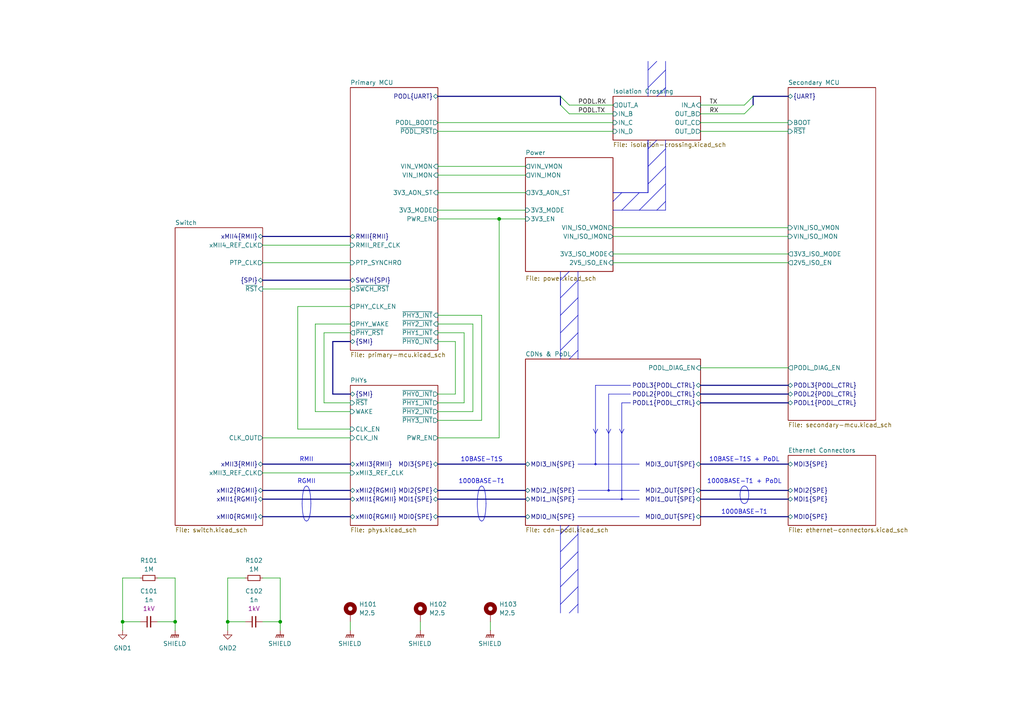
<source format=kicad_sch>
(kicad_sch
	(version 20250114)
	(generator "eeschema")
	(generator_version "9.0")
	(uuid "a5e57332-4284-4d3c-ab3c-13bc0ddb29b6")
	(paper "A4")
	(title_block
		(title "Switch V4 Top Level Schematic")
		(date "2025-06-30")
		(comment 4 "This PCB is a 4 port managed ethernet switch.")
	)
	(lib_symbols
		(symbol "Device:C_Small"
			(pin_numbers
				(hide yes)
			)
			(pin_names
				(offset 0.254)
				(hide yes)
			)
			(exclude_from_sim no)
			(in_bom yes)
			(on_board yes)
			(property "Reference" "C"
				(at 0.254 1.778 0)
				(effects
					(font
						(size 1.27 1.27)
					)
					(justify left)
				)
			)
			(property "Value" "C_Small"
				(at 0.254 -2.032 0)
				(effects
					(font
						(size 1.27 1.27)
					)
					(justify left)
				)
			)
			(property "Footprint" ""
				(at 0 0 0)
				(effects
					(font
						(size 1.27 1.27)
					)
					(hide yes)
				)
			)
			(property "Datasheet" "~"
				(at 0 0 0)
				(effects
					(font
						(size 1.27 1.27)
					)
					(hide yes)
				)
			)
			(property "Description" "Unpolarized capacitor, small symbol"
				(at 0 0 0)
				(effects
					(font
						(size 1.27 1.27)
					)
					(hide yes)
				)
			)
			(property "ki_keywords" "capacitor cap"
				(at 0 0 0)
				(effects
					(font
						(size 1.27 1.27)
					)
					(hide yes)
				)
			)
			(property "ki_fp_filters" "C_*"
				(at 0 0 0)
				(effects
					(font
						(size 1.27 1.27)
					)
					(hide yes)
				)
			)
			(symbol "C_Small_0_1"
				(polyline
					(pts
						(xy -1.524 0.508) (xy 1.524 0.508)
					)
					(stroke
						(width 0.3048)
						(type default)
					)
					(fill
						(type none)
					)
				)
				(polyline
					(pts
						(xy -1.524 -0.508) (xy 1.524 -0.508)
					)
					(stroke
						(width 0.3302)
						(type default)
					)
					(fill
						(type none)
					)
				)
			)
			(symbol "C_Small_1_1"
				(pin passive line
					(at 0 2.54 270)
					(length 2.032)
					(name "~"
						(effects
							(font
								(size 1.27 1.27)
							)
						)
					)
					(number "1"
						(effects
							(font
								(size 1.27 1.27)
							)
						)
					)
				)
				(pin passive line
					(at 0 -2.54 90)
					(length 2.032)
					(name "~"
						(effects
							(font
								(size 1.27 1.27)
							)
						)
					)
					(number "2"
						(effects
							(font
								(size 1.27 1.27)
							)
						)
					)
				)
			)
			(embedded_fonts no)
		)
		(symbol "Device:R_Small"
			(pin_numbers
				(hide yes)
			)
			(pin_names
				(offset 0.254)
				(hide yes)
			)
			(exclude_from_sim no)
			(in_bom yes)
			(on_board yes)
			(property "Reference" "R"
				(at 0 0 90)
				(effects
					(font
						(size 1.016 1.016)
					)
				)
			)
			(property "Value" "R_Small"
				(at 1.778 0 90)
				(effects
					(font
						(size 1.27 1.27)
					)
				)
			)
			(property "Footprint" ""
				(at 0 0 0)
				(effects
					(font
						(size 1.27 1.27)
					)
					(hide yes)
				)
			)
			(property "Datasheet" "~"
				(at 0 0 0)
				(effects
					(font
						(size 1.27 1.27)
					)
					(hide yes)
				)
			)
			(property "Description" "Resistor, small symbol"
				(at 0 0 0)
				(effects
					(font
						(size 1.27 1.27)
					)
					(hide yes)
				)
			)
			(property "ki_keywords" "R resistor"
				(at 0 0 0)
				(effects
					(font
						(size 1.27 1.27)
					)
					(hide yes)
				)
			)
			(property "ki_fp_filters" "R_*"
				(at 0 0 0)
				(effects
					(font
						(size 1.27 1.27)
					)
					(hide yes)
				)
			)
			(symbol "R_Small_0_1"
				(rectangle
					(start -0.762 1.778)
					(end 0.762 -1.778)
					(stroke
						(width 0.2032)
						(type default)
					)
					(fill
						(type none)
					)
				)
			)
			(symbol "R_Small_1_1"
				(pin passive line
					(at 0 2.54 270)
					(length 0.762)
					(name "~"
						(effects
							(font
								(size 1.27 1.27)
							)
						)
					)
					(number "1"
						(effects
							(font
								(size 1.27 1.27)
							)
						)
					)
				)
				(pin passive line
					(at 0 -2.54 90)
					(length 0.762)
					(name "~"
						(effects
							(font
								(size 1.27 1.27)
							)
						)
					)
					(number "2"
						(effects
							(font
								(size 1.27 1.27)
							)
						)
					)
				)
			)
			(embedded_fonts no)
		)
		(symbol "Mechanical:MountingHole_Pad"
			(pin_numbers
				(hide yes)
			)
			(pin_names
				(offset 1.016)
				(hide yes)
			)
			(exclude_from_sim yes)
			(in_bom no)
			(on_board yes)
			(property "Reference" "H"
				(at 0 6.35 0)
				(effects
					(font
						(size 1.27 1.27)
					)
				)
			)
			(property "Value" "MountingHole_Pad"
				(at 0 4.445 0)
				(effects
					(font
						(size 1.27 1.27)
					)
				)
			)
			(property "Footprint" ""
				(at 0 0 0)
				(effects
					(font
						(size 1.27 1.27)
					)
					(hide yes)
				)
			)
			(property "Datasheet" "~"
				(at 0 0 0)
				(effects
					(font
						(size 1.27 1.27)
					)
					(hide yes)
				)
			)
			(property "Description" "Mounting Hole with connection"
				(at 0 0 0)
				(effects
					(font
						(size 1.27 1.27)
					)
					(hide yes)
				)
			)
			(property "ki_keywords" "mounting hole"
				(at 0 0 0)
				(effects
					(font
						(size 1.27 1.27)
					)
					(hide yes)
				)
			)
			(property "ki_fp_filters" "MountingHole*Pad*"
				(at 0 0 0)
				(effects
					(font
						(size 1.27 1.27)
					)
					(hide yes)
				)
			)
			(symbol "MountingHole_Pad_0_1"
				(circle
					(center 0 1.27)
					(radius 1.27)
					(stroke
						(width 1.27)
						(type default)
					)
					(fill
						(type none)
					)
				)
			)
			(symbol "MountingHole_Pad_1_1"
				(pin input line
					(at 0 -2.54 90)
					(length 2.54)
					(name "1"
						(effects
							(font
								(size 1.27 1.27)
							)
						)
					)
					(number "1"
						(effects
							(font
								(size 1.27 1.27)
							)
						)
					)
				)
			)
			(embedded_fonts no)
		)
		(symbol "PWR-SYM:SHIELD"
			(power)
			(pin_numbers
				(hide yes)
			)
			(pin_names
				(offset 0)
				(hide yes)
			)
			(exclude_from_sim no)
			(in_bom yes)
			(on_board yes)
			(property "Reference" "#PWR"
				(at 0 -5.08 0)
				(effects
					(font
						(size 1.27 1.27)
					)
					(hide yes)
				)
			)
			(property "Value" "SHIELD"
				(at 0 -3.302 0)
				(effects
					(font
						(size 1.27 1.27)
					)
				)
			)
			(property "Footprint" ""
				(at 0 -1.27 0)
				(effects
					(font
						(size 1.27 1.27)
					)
					(hide yes)
				)
			)
			(property "Datasheet" ""
				(at 0 -1.27 0)
				(effects
					(font
						(size 1.27 1.27)
					)
					(hide yes)
				)
			)
			(property "Description" "Power symbol creates a global label with name \"SHIELD\" , global ground"
				(at 0 0 0)
				(effects
					(font
						(size 1.27 1.27)
					)
					(hide yes)
				)
			)
			(property "ki_keywords" "global ground"
				(at 0 0 0)
				(effects
					(font
						(size 1.27 1.27)
					)
					(hide yes)
				)
			)
			(symbol "SHIELD_0_1"
				(polyline
					(pts
						(xy -1.016 -1.27) (xy -1.27 -2.032) (xy -1.27 -2.032)
					)
					(stroke
						(width 0.2032)
						(type default)
					)
					(fill
						(type none)
					)
				)
				(polyline
					(pts
						(xy -0.508 -1.27) (xy -0.762 -2.032) (xy -0.762 -2.032)
					)
					(stroke
						(width 0.2032)
						(type default)
					)
					(fill
						(type none)
					)
				)
				(polyline
					(pts
						(xy 0 -1.27) (xy 0 0)
					)
					(stroke
						(width 0)
						(type default)
					)
					(fill
						(type none)
					)
				)
				(polyline
					(pts
						(xy 0 -1.27) (xy -0.254 -2.032) (xy -0.254 -2.032)
					)
					(stroke
						(width 0.2032)
						(type default)
					)
					(fill
						(type none)
					)
				)
				(polyline
					(pts
						(xy 0.508 -1.27) (xy 0.254 -2.032) (xy 0.254 -2.032)
					)
					(stroke
						(width 0.2032)
						(type default)
					)
					(fill
						(type none)
					)
				)
				(polyline
					(pts
						(xy 1.016 -1.27) (xy -1.016 -1.27) (xy -1.016 -1.27)
					)
					(stroke
						(width 0.2032)
						(type default)
					)
					(fill
						(type none)
					)
				)
				(polyline
					(pts
						(xy 1.016 -1.27) (xy 0.762 -2.032) (xy 0.762 -2.032) (xy 0.762 -2.032)
					)
					(stroke
						(width 0.2032)
						(type default)
					)
					(fill
						(type none)
					)
				)
			)
			(symbol "SHIELD_1_1"
				(pin power_in line
					(at 0 0 270)
					(length 0)
					(name "~"
						(effects
							(font
								(size 1.27 1.27)
							)
						)
					)
					(number "1"
						(effects
							(font
								(size 1.27 1.27)
							)
						)
					)
				)
			)
			(embedded_fonts no)
		)
		(symbol "power:GND1"
			(power)
			(pin_numbers
				(hide yes)
			)
			(pin_names
				(offset 0)
				(hide yes)
			)
			(exclude_from_sim no)
			(in_bom yes)
			(on_board yes)
			(property "Reference" "#PWR"
				(at 0 -6.35 0)
				(effects
					(font
						(size 1.27 1.27)
					)
					(hide yes)
				)
			)
			(property "Value" "GND1"
				(at 0 -3.81 0)
				(effects
					(font
						(size 1.27 1.27)
					)
				)
			)
			(property "Footprint" ""
				(at 0 0 0)
				(effects
					(font
						(size 1.27 1.27)
					)
					(hide yes)
				)
			)
			(property "Datasheet" ""
				(at 0 0 0)
				(effects
					(font
						(size 1.27 1.27)
					)
					(hide yes)
				)
			)
			(property "Description" "Power symbol creates a global label with name \"GND1\" , ground"
				(at 0 0 0)
				(effects
					(font
						(size 1.27 1.27)
					)
					(hide yes)
				)
			)
			(property "ki_keywords" "global power"
				(at 0 0 0)
				(effects
					(font
						(size 1.27 1.27)
					)
					(hide yes)
				)
			)
			(symbol "GND1_0_1"
				(polyline
					(pts
						(xy 0 0) (xy 0 -1.27) (xy 1.27 -1.27) (xy 0 -2.54) (xy -1.27 -1.27) (xy 0 -1.27)
					)
					(stroke
						(width 0)
						(type default)
					)
					(fill
						(type none)
					)
				)
			)
			(symbol "GND1_1_1"
				(pin power_in line
					(at 0 0 270)
					(length 0)
					(name "~"
						(effects
							(font
								(size 1.27 1.27)
							)
						)
					)
					(number "1"
						(effects
							(font
								(size 1.27 1.27)
							)
						)
					)
				)
			)
			(embedded_fonts no)
		)
		(symbol "power:GND2"
			(power)
			(pin_numbers
				(hide yes)
			)
			(pin_names
				(offset 0)
				(hide yes)
			)
			(exclude_from_sim no)
			(in_bom yes)
			(on_board yes)
			(property "Reference" "#PWR"
				(at 0 -6.35 0)
				(effects
					(font
						(size 1.27 1.27)
					)
					(hide yes)
				)
			)
			(property "Value" "GND2"
				(at 0 -3.81 0)
				(effects
					(font
						(size 1.27 1.27)
					)
				)
			)
			(property "Footprint" ""
				(at 0 0 0)
				(effects
					(font
						(size 1.27 1.27)
					)
					(hide yes)
				)
			)
			(property "Datasheet" ""
				(at 0 0 0)
				(effects
					(font
						(size 1.27 1.27)
					)
					(hide yes)
				)
			)
			(property "Description" "Power symbol creates a global label with name \"GND2\" , ground"
				(at 0 0 0)
				(effects
					(font
						(size 1.27 1.27)
					)
					(hide yes)
				)
			)
			(property "ki_keywords" "global power"
				(at 0 0 0)
				(effects
					(font
						(size 1.27 1.27)
					)
					(hide yes)
				)
			)
			(symbol "GND2_0_1"
				(polyline
					(pts
						(xy 0 0) (xy 0 -1.27) (xy 1.27 -1.27) (xy 0 -2.54) (xy -1.27 -1.27) (xy 0 -1.27)
					)
					(stroke
						(width 0)
						(type default)
					)
					(fill
						(type none)
					)
				)
			)
			(symbol "GND2_1_1"
				(pin power_in line
					(at 0 0 270)
					(length 0)
					(name "~"
						(effects
							(font
								(size 1.27 1.27)
							)
						)
					)
					(number "1"
						(effects
							(font
								(size 1.27 1.27)
							)
						)
					)
				)
			)
			(embedded_fonts no)
		)
	)
	(bus_alias "CAN"
		(members "TX" "RX")
	)
	(bus_alias "I2C"
		(members "SCL" "SDA")
	)
	(bus_alias "PODL_CTRL"
		(members "EN" "IMON" "DET_EN" "DET_V+" "DET_V-")
	)
	(bus_alias "RGMII"
		(members "TX_CLK" "TX_D[0..3]" "TX_CTL" "RX_CLK" "RX_D[0..3]" "RX_CTL")
	)
	(bus_alias "RMII"
		(members "TX_EN" "TX_D[0..1]" "RX_CRS_DV" "RX_D[0..1]" "RX_ER")
	)
	(bus_alias "SMI"
		(members "MDC" "MDIO")
	)
	(bus_alias "SPI"
		(members "CLK" "CS" "MOSI" "MISO")
	)
	(bus_alias "SWD"
		(members "SWCLK" "SWDIO" "SWO")
	)
	(bus_alias "UART"
		(members "TX" "RX")
	)
	(bezier
		(pts
			(xy 88.9 151.13) (xy 87.63 151.13) (xy 87.63 146.05) (xy 87.63 146.05)
		)
		(stroke
			(width 0)
			(type default)
		)
		(fill
			(type none)
		)
		(uuid 1530d6e0-2cbd-43b5-8d45-901c528fbf59)
	)
	(bezier
		(pts
			(xy 215.9 140.97) (xy 214.63 140.97) (xy 214.63 143.51) (xy 214.63 143.51)
		)
		(stroke
			(width 0)
			(type default)
		)
		(fill
			(type none)
		)
		(uuid 1af0dd16-f4c5-42e5-b9a2-31ef5aa0df7d)
	)
	(bezier
		(pts
			(xy 88.9 140.97) (xy 90.17 140.97) (xy 90.17 146.05) (xy 90.17 146.05)
		)
		(stroke
			(width 0)
			(type default)
		)
		(fill
			(type none)
		)
		(uuid 2bc13dc8-8ba1-42e7-9109-c6dcfb5cc112)
	)
	(bezier
		(pts
			(xy 215.9 146.05) (xy 217.17 146.05) (xy 217.17 143.51) (xy 217.17 143.51)
		)
		(stroke
			(width 0)
			(type default)
		)
		(fill
			(type none)
		)
		(uuid 33e37d6d-d262-43ba-b8d3-1ab72eb60d3a)
	)
	(bezier
		(pts
			(xy 139.7 151.13) (xy 140.97 151.13) (xy 140.97 146.05) (xy 140.97 146.05)
		)
		(stroke
			(width 0)
			(type default)
		)
		(fill
			(type none)
		)
		(uuid 534b736b-fe01-4e83-bb14-13e086715b39)
	)
	(circle
		(center 176.53 142.24)
		(radius 0.254)
		(stroke
			(width 0)
			(type solid)
		)
		(fill
			(type color)
			(color 0 0 0 0)
		)
		(uuid 5d29f252-42bb-41be-b649-e43f89d19c6e)
	)
	(bezier
		(pts
			(xy 88.9 140.97) (xy 87.63 140.97) (xy 87.63 146.05) (xy 87.63 146.05)
		)
		(stroke
			(width 0)
			(type default)
		)
		(fill
			(type none)
		)
		(uuid 76191b9d-59eb-4098-bc33-36ab69749b29)
	)
	(bezier
		(pts
			(xy 88.9 151.13) (xy 90.17 151.13) (xy 90.17 146.05) (xy 90.17 146.05)
		)
		(stroke
			(width 0)
			(type default)
		)
		(fill
			(type none)
		)
		(uuid 80a5fe65-0777-4a33-894e-ab3141a31b0b)
	)
	(bezier
		(pts
			(xy 215.9 146.05) (xy 214.63 146.05) (xy 214.63 143.51) (xy 214.63 143.51)
		)
		(stroke
			(width 0)
			(type default)
		)
		(fill
			(type none)
		)
		(uuid 91bd4d4e-104d-4ab4-b3f2-413faf357f1b)
	)
	(circle
		(center 172.72 134.62)
		(radius 0.254)
		(stroke
			(width 0)
			(type solid)
		)
		(fill
			(type color)
			(color 0 0 0 0)
		)
		(uuid 95810259-1404-4d21-90f8-db88d2a58a05)
	)
	(bezier
		(pts
			(xy 139.7 140.97) (xy 138.43 140.97) (xy 138.43 146.05) (xy 138.43 146.05)
		)
		(stroke
			(width 0)
			(type default)
		)
		(fill
			(type none)
		)
		(uuid 983e3fb9-6dde-4892-908c-9a6ba3bb4144)
	)
	(bezier
		(pts
			(xy 139.7 151.13) (xy 138.43 151.13) (xy 138.43 146.05) (xy 138.43 146.05)
		)
		(stroke
			(width 0)
			(type default)
		)
		(fill
			(type none)
		)
		(uuid a6b6b672-2dad-45fa-85d3-b43c9bd046ca)
	)
	(circle
		(center 180.34 144.78)
		(radius 0.254)
		(stroke
			(width 0)
			(type solid)
		)
		(fill
			(type color)
			(color 0 0 0 0)
		)
		(uuid cafdf34f-bcdc-49e0-8713-39bb70d21138)
	)
	(bezier
		(pts
			(xy 215.9 140.97) (xy 217.17 140.97) (xy 217.17 143.51) (xy 217.17 143.51)
		)
		(stroke
			(width 0)
			(type default)
		)
		(fill
			(type none)
		)
		(uuid cce0f332-2662-446a-8a3c-141913c6298e)
	)
	(bezier
		(pts
			(xy 139.7 140.97) (xy 140.97 140.97) (xy 140.97 146.05) (xy 140.97 146.05)
		)
		(stroke
			(width 0)
			(type default)
		)
		(fill
			(type none)
		)
		(uuid cd3077fc-7971-4790-b664-67d1e846093b)
	)
	(text "RGMII"
		(exclude_from_sim no)
		(at 88.9 139.7 0)
		(effects
			(font
				(size 1.27 1.27)
			)
		)
		(uuid "35262d20-70de-4fa9-b2f6-6565d83aebe5")
	)
	(text "RMII"
		(exclude_from_sim no)
		(at 88.9 133.35 0)
		(effects
			(font
				(size 1.27 1.27)
			)
		)
		(uuid "7df190d6-ea96-4aa9-acae-97907223d807")
	)
	(text "10BASE-T1S"
		(exclude_from_sim no)
		(at 139.7 133.35 0)
		(effects
			(font
				(size 1.27 1.27)
			)
		)
		(uuid "9b8e93d1-5ba1-4fe9-9de1-06b4f90b9623")
	)
	(text "1000BASE-T1"
		(exclude_from_sim no)
		(at 139.7 139.7 0)
		(effects
			(font
				(size 1.27 1.27)
			)
		)
		(uuid "ab9f366f-f790-4e72-9ef5-da0c2ccbb2a1")
	)
	(text "1000BASE-T1"
		(exclude_from_sim no)
		(at 215.9 148.59 0)
		(effects
			(font
				(size 1.27 1.27)
			)
		)
		(uuid "aff095c1-aec6-4647-86f5-41b158ebe5af")
	)
	(text "1000BASE-T1 + PoDL"
		(exclude_from_sim no)
		(at 215.9 139.7 0)
		(effects
			(font
				(size 1.27 1.27)
			)
		)
		(uuid "e29c06b6-379d-426f-a15e-5cd4e9c7ee08")
	)
	(text "10BASE-T1S + PoDL"
		(exclude_from_sim no)
		(at 215.9 133.35 0)
		(effects
			(font
				(size 1.27 1.27)
			)
		)
		(uuid "f3ea0b0e-cffe-4205-ad1d-573446cf5963")
	)
	(junction
		(at 50.8 180.34)
		(diameter 0)
		(color 0 0 0 0)
		(uuid "58d6d432-ca82-4a6d-a5dd-112e9efea7fa")
	)
	(junction
		(at 35.56 180.34)
		(diameter 0)
		(color 0 0 0 0)
		(uuid "7cb04de6-4875-4ef9-8120-4361d142ee2d")
	)
	(junction
		(at 81.28 180.34)
		(diameter 0)
		(color 0 0 0 0)
		(uuid "903cb0b8-1ddc-423b-bacf-66627acee445")
	)
	(junction
		(at 66.04 180.34)
		(diameter 0)
		(color 0 0 0 0)
		(uuid "cc4346b1-7f7f-41f3-b6d7-09b530e4c4b5")
	)
	(junction
		(at 144.78 63.5)
		(diameter 0)
		(color 0 0 0 0)
		(uuid "d1d1d03c-91dc-44cb-a296-161e0130b47d")
	)
	(bus_entry
		(at 218.44 27.94)
		(size -2.54 2.54)
		(stroke
			(width 0)
			(type default)
		)
		(uuid "2892bbae-b8e3-4965-b5f2-6b852234d0c7")
	)
	(bus_entry
		(at 162.56 27.94)
		(size 2.54 2.54)
		(stroke
			(width 0)
			(type default)
		)
		(uuid "5324bf0d-d3d9-4478-9e81-db9cbf11b64d")
	)
	(bus_entry
		(at 162.56 30.48)
		(size 2.54 2.54)
		(stroke
			(width 0)
			(type default)
		)
		(uuid "cafbd954-e73a-4de2-8a45-f8984c31c17f")
	)
	(bus_entry
		(at 218.44 30.48)
		(size -2.54 2.54)
		(stroke
			(width 0)
			(type default)
		)
		(uuid "d6d41fea-0e5c-4c6e-808c-3991f9de49a5")
	)
	(polyline
		(pts
			(xy 167.64 78.74) (xy 167.64 104.14)
		)
		(stroke
			(width 0)
			(type default)
		)
		(uuid "011ffcc5-63d2-4d64-bc81-c9d1ea73f062")
	)
	(bus
		(pts
			(xy 127 27.94) (xy 162.56 27.94)
		)
		(stroke
			(width 0)
			(type default)
		)
		(uuid "013fb59a-5f3c-4a41-98e8-e10e18683328")
	)
	(polyline
		(pts
			(xy 162.56 154.94) (xy 165.1 152.4)
		)
		(stroke
			(width 0)
			(type default)
		)
		(uuid "01f90c09-c2dc-4100-8590-73a91df47025")
	)
	(bus
		(pts
			(xy 203.2 116.84) (xy 228.6 116.84)
		)
		(stroke
			(width 0)
			(type default)
		)
		(uuid "02c7a6d1-ef46-49f0-8c8f-806c8f6851c1")
	)
	(polyline
		(pts
			(xy 162.56 175.26) (xy 167.64 170.18)
		)
		(stroke
			(width 0)
			(type default)
		)
		(uuid "04872257-b1e7-48f6-849e-6eabea519e35")
	)
	(wire
		(pts
			(xy 152.4 63.5) (xy 144.78 63.5)
		)
		(stroke
			(width 0)
			(type default)
		)
		(uuid "05290207-9c79-4e1e-ab28-fee0a249ad03")
	)
	(bus
		(pts
			(xy 127 149.86) (xy 152.4 149.86)
		)
		(stroke
			(width 0)
			(type default)
		)
		(uuid "072c74d6-f95e-472a-824a-2adb278740f9")
	)
	(wire
		(pts
			(xy 139.7 121.92) (xy 127 121.92)
		)
		(stroke
			(width 0)
			(type default)
		)
		(uuid "0766879c-b294-4aa5-a148-ea7dce8dda5c")
	)
	(bus
		(pts
			(xy 162.56 27.94) (xy 162.56 30.48)
		)
		(stroke
			(width 0)
			(type default)
		)
		(uuid "08880fba-113d-4550-bc6c-e97da6f10d60")
	)
	(polyline
		(pts
			(xy 165.1 177.8) (xy 167.64 175.26)
		)
		(stroke
			(width 0)
			(type default)
		)
		(uuid "096a6de3-aa9b-41d9-b7bd-1272fe57c790")
	)
	(polyline
		(pts
			(xy 167.64 142.24) (xy 185.42 142.24)
		)
		(stroke
			(width 0)
			(type default)
		)
		(uuid "0a90a1d1-fa9f-47ba-bee0-7509bbbde24b")
	)
	(wire
		(pts
			(xy 86.36 88.9) (xy 86.36 124.46)
		)
		(stroke
			(width 0)
			(type default)
		)
		(uuid "0bbe10db-0c71-43d8-ad7d-5701dfd9c188")
	)
	(polyline
		(pts
			(xy 167.64 134.62) (xy 185.42 134.62)
		)
		(stroke
			(width 0)
			(type default)
		)
		(uuid "0c677fb0-9757-4fb3-b122-2d82761279f0")
	)
	(polyline
		(pts
			(xy 172.72 111.76) (xy 172.72 134.62)
		)
		(stroke
			(width 0)
			(type default)
		)
		(uuid "12d767e6-fd16-41f5-b319-1c1a468f557d")
	)
	(bus
		(pts
			(xy 228.6 27.94) (xy 218.44 27.94)
		)
		(stroke
			(width 0)
			(type default)
		)
		(uuid "12e76f58-92f7-4319-bb26-35b917e0a9b6")
	)
	(polyline
		(pts
			(xy 193.04 48.26) (xy 187.96 53.34)
		)
		(stroke
			(width 0)
			(type default)
		)
		(uuid "131cd1c2-8261-46b6-b09b-b479f4902602")
	)
	(polyline
		(pts
			(xy 193.04 20.32) (xy 187.96 25.4)
		)
		(stroke
			(width 0)
			(type default)
		)
		(uuid "138a4821-8d79-4ac2-abaa-7150ccb20f22")
	)
	(wire
		(pts
			(xy 81.28 167.64) (xy 81.28 180.34)
		)
		(stroke
			(width 0)
			(type default)
		)
		(uuid "146aeaff-94d2-428b-8f0a-9761057c4ded")
	)
	(polyline
		(pts
			(xy 193.04 53.34) (xy 185.42 60.96)
		)
		(stroke
			(width 0)
			(type default)
		)
		(uuid "14749394-934b-44c9-9878-193c1f74a4d1")
	)
	(wire
		(pts
			(xy 132.08 114.3) (xy 132.08 99.06)
		)
		(stroke
			(width 0)
			(type default)
		)
		(uuid "1564f3d2-2e84-47b5-bce4-0528f3643fce")
	)
	(wire
		(pts
			(xy 134.62 96.52) (xy 134.62 116.84)
		)
		(stroke
			(width 0)
			(type default)
		)
		(uuid "175a9e8a-d76b-4358-a4e1-fc9f12f5c7ee")
	)
	(polyline
		(pts
			(xy 185.42 55.88) (xy 180.34 60.96)
		)
		(stroke
			(width 0)
			(type default)
		)
		(uuid "1a416d55-7d1c-4043-8ce5-dfde25733c8c")
	)
	(polyline
		(pts
			(xy 167.64 152.4) (xy 167.64 177.8)
		)
		(stroke
			(width 0)
			(type default)
		)
		(uuid "1a47ade2-8327-478a-99d6-02ce378d1d8b")
	)
	(wire
		(pts
			(xy 50.8 180.34) (xy 50.8 182.88)
		)
		(stroke
			(width 0)
			(type default)
		)
		(uuid "1e291e66-78d1-48f0-ae84-2c6abc26fba6")
	)
	(polyline
		(pts
			(xy 182.88 114.3) (xy 176.53 114.3)
		)
		(stroke
			(width 0)
			(type default)
		)
		(uuid "229e85a1-4470-4f3f-a92c-78f323bed45f")
	)
	(wire
		(pts
			(xy 76.2 180.34) (xy 81.28 180.34)
		)
		(stroke
			(width 0)
			(type default)
		)
		(uuid "253c382a-3761-4a27-b0fc-bf331682c053")
	)
	(polyline
		(pts
			(xy 180.34 125.73) (xy 180.975 124.46)
		)
		(stroke
			(width 0)
			(type default)
		)
		(uuid "282f60d2-5169-4926-985a-c0e33f5789ce")
	)
	(wire
		(pts
			(xy 45.72 180.34) (xy 50.8 180.34)
		)
		(stroke
			(width 0)
			(type default)
		)
		(uuid "2ba1017c-4fa2-49c0-be6c-6eda5b014e5e")
	)
	(polyline
		(pts
			(xy 162.56 170.18) (xy 167.64 165.1)
		)
		(stroke
			(width 0)
			(type default)
		)
		(uuid "2cff1a67-b05b-43aa-9b85-64a8031c71ef")
	)
	(polyline
		(pts
			(xy 162.56 96.52) (xy 167.64 91.44)
		)
		(stroke
			(width 0)
			(type default)
		)
		(uuid "2db849e9-e337-4741-9e13-22e577f10760")
	)
	(wire
		(pts
			(xy 91.44 119.38) (xy 91.44 93.98)
		)
		(stroke
			(width 0)
			(type default)
		)
		(uuid "2e15d83a-b944-40e6-9243-4bc9b3ca9339")
	)
	(wire
		(pts
			(xy 137.16 93.98) (xy 127 93.98)
		)
		(stroke
			(width 0)
			(type default)
		)
		(uuid "2f57a5db-91f9-4af9-8d67-24a33dcb7037")
	)
	(bus
		(pts
			(xy 203.2 111.76) (xy 228.6 111.76)
		)
		(stroke
			(width 0)
			(type default)
		)
		(uuid "2fb80df6-62cb-4a1c-9057-95233c92d649")
	)
	(wire
		(pts
			(xy 165.1 33.02) (xy 177.8 33.02)
		)
		(stroke
			(width 0)
			(type default)
		)
		(uuid "2fbb5eb4-62a0-4a0c-8e11-77e22a2d64c0")
	)
	(polyline
		(pts
			(xy 167.64 149.86) (xy 185.42 149.86)
		)
		(stroke
			(width 0)
			(type default)
		)
		(uuid "32d27a95-e4d9-4aec-822b-28f06ebcdf6f")
	)
	(polyline
		(pts
			(xy 172.085 124.46) (xy 172.72 125.73)
		)
		(stroke
			(width 0)
			(type default)
		)
		(uuid "335a3ec9-600f-458b-a52b-f3a23d66477b")
	)
	(polyline
		(pts
			(xy 172.72 125.73) (xy 173.355 124.46)
		)
		(stroke
			(width 0)
			(type default)
		)
		(uuid "342bd39a-f88f-462d-8400-7c5e7a99cba7")
	)
	(polyline
		(pts
			(xy 167.64 144.78) (xy 185.42 144.78)
		)
		(stroke
			(width 0)
			(type default)
		)
		(uuid "3446de43-5ae6-4038-8573-7a3f4fd78100")
	)
	(wire
		(pts
			(xy 127 63.5) (xy 144.78 63.5)
		)
		(stroke
			(width 0)
			(type default)
		)
		(uuid "36757331-bf3f-45f9-b410-5051035cbe3c")
	)
	(wire
		(pts
			(xy 93.98 96.52) (xy 101.6 96.52)
		)
		(stroke
			(width 0)
			(type default)
		)
		(uuid "3768358f-3794-4627-8525-cd59f5eaf373")
	)
	(wire
		(pts
			(xy 127 55.88) (xy 152.4 55.88)
		)
		(stroke
			(width 0)
			(type default)
		)
		(uuid "38874419-514c-4eb3-b1ec-0692c0e2d2a5")
	)
	(bus
		(pts
			(xy 127 134.62) (xy 152.4 134.62)
		)
		(stroke
			(width 0)
			(type default)
		)
		(uuid "38e25f0f-99a1-42b8-bad4-0e3bf11e6ace")
	)
	(bus
		(pts
			(xy 218.44 27.94) (xy 218.44 30.48)
		)
		(stroke
			(width 0)
			(type default)
		)
		(uuid "403ad628-4ac2-4db1-a714-ee117c21de4a")
	)
	(polyline
		(pts
			(xy 193.04 25.4) (xy 190.5 27.94)
		)
		(stroke
			(width 0)
			(type default)
		)
		(uuid "410df0cf-73ba-4eaf-9ea7-f588b599a477")
	)
	(bus
		(pts
			(xy 203.2 142.24) (xy 228.6 142.24)
		)
		(stroke
			(width 0)
			(type default)
		)
		(uuid "4530ba3e-d93f-4866-879e-d743d200b934")
	)
	(polyline
		(pts
			(xy 165.1 104.14) (xy 167.64 101.6)
		)
		(stroke
			(width 0)
			(type default)
		)
		(uuid "4d2541d4-5b97-461d-a104-de514d644662")
	)
	(wire
		(pts
			(xy 137.16 119.38) (xy 137.16 93.98)
		)
		(stroke
			(width 0)
			(type default)
		)
		(uuid "4d799085-12c7-43e5-a967-09aaf71054e5")
	)
	(polyline
		(pts
			(xy 176.53 114.3) (xy 176.53 142.24)
		)
		(stroke
			(width 0)
			(type default)
		)
		(uuid "4d904cd2-c1ae-4c57-a417-1626313911e1")
	)
	(wire
		(pts
			(xy 177.8 73.66) (xy 228.6 73.66)
		)
		(stroke
			(width 0)
			(type default)
		)
		(uuid "4ded3f6b-fe72-49c0-83b5-f28563b682d6")
	)
	(wire
		(pts
			(xy 35.56 182.88) (xy 35.56 180.34)
		)
		(stroke
			(width 0)
			(type default)
		)
		(uuid "4f8818c3-8f0f-4757-9a32-296f599a0dd4")
	)
	(wire
		(pts
			(xy 66.04 182.88) (xy 66.04 180.34)
		)
		(stroke
			(width 0)
			(type default)
		)
		(uuid "503f52c2-1a5d-4e98-a219-70ecefb2b6e3")
	)
	(wire
		(pts
			(xy 177.8 68.58) (xy 228.6 68.58)
		)
		(stroke
			(width 0)
			(type default)
		)
		(uuid "50d2cd6e-b419-42dd-aa60-483111db9ced")
	)
	(bus
		(pts
			(xy 76.2 144.78) (xy 101.6 144.78)
		)
		(stroke
			(width 0)
			(type default)
		)
		(uuid "51407075-1742-4b1d-b884-0f3618d26038")
	)
	(polyline
		(pts
			(xy 162.56 152.4) (xy 162.56 177.8)
		)
		(stroke
			(width 0)
			(type default)
		)
		(uuid "55e6f0f4-38e6-4737-9c34-815d625a909b")
	)
	(wire
		(pts
			(xy 40.64 167.64) (xy 35.56 167.64)
		)
		(stroke
			(width 0)
			(type default)
		)
		(uuid "586f94a9-2db8-498e-9125-a9cc74f536f2")
	)
	(bus
		(pts
			(xy 96.52 99.06) (xy 101.6 99.06)
		)
		(stroke
			(width 0)
			(type default)
		)
		(uuid "587d01b6-6e14-4206-ad1f-578320580302")
	)
	(polyline
		(pts
			(xy 177.8 55.88) (xy 187.96 55.88)
		)
		(stroke
			(width 0)
			(type default)
		)
		(uuid "5e0aa7e0-dab9-4b18-9153-a7a9ee4006ce")
	)
	(wire
		(pts
			(xy 81.28 180.34) (xy 81.28 182.88)
		)
		(stroke
			(width 0)
			(type default)
		)
		(uuid "61b1df6f-5b73-4b0b-8cf7-2b9d931b86d4")
	)
	(wire
		(pts
			(xy 121.92 180.34) (xy 121.92 182.88)
		)
		(stroke
			(width 0)
			(type default)
		)
		(uuid "66c7b4cc-3774-464f-ac09-306c15eabc01")
	)
	(wire
		(pts
			(xy 127 127) (xy 144.78 127)
		)
		(stroke
			(width 0)
			(type default)
		)
		(uuid "6c3cf208-52f8-487b-93fc-9cf040f9bc21")
	)
	(polyline
		(pts
			(xy 182.88 116.84) (xy 180.34 116.84)
		)
		(stroke
			(width 0)
			(type default)
		)
		(uuid "6c561289-9534-4f3e-96b0-5e4f173f2b8e")
	)
	(wire
		(pts
			(xy 101.6 180.34) (xy 101.6 182.88)
		)
		(stroke
			(width 0)
			(type default)
		)
		(uuid "6c70040a-95b3-4f2e-a7ad-ab7e63bcaefa")
	)
	(polyline
		(pts
			(xy 177.8 60.96) (xy 193.04 60.96)
		)
		(stroke
			(width 0)
			(type default)
		)
		(uuid "6ce709c4-0312-47c8-9ce6-bbf7b029a3ae")
	)
	(wire
		(pts
			(xy 76.2 167.64) (xy 81.28 167.64)
		)
		(stroke
			(width 0)
			(type default)
		)
		(uuid "70d81831-ec55-4d0f-94dd-ad39326e280a")
	)
	(polyline
		(pts
			(xy 162.56 165.1) (xy 167.64 160.02)
		)
		(stroke
			(width 0)
			(type default)
		)
		(uuid "74ba11ba-77ac-475b-a412-726e570a21b1")
	)
	(polyline
		(pts
			(xy 175.895 124.46) (xy 176.53 125.73)
		)
		(stroke
			(width 0)
			(type default)
		)
		(uuid "75a1849a-6d4f-4a2d-9121-0384c39aec09")
	)
	(bus
		(pts
			(xy 76.2 142.24) (xy 101.6 142.24)
		)
		(stroke
			(width 0)
			(type default)
		)
		(uuid "76f2c3d0-0915-4073-8bf6-f3c2439fa86b")
	)
	(wire
		(pts
			(xy 203.2 33.02) (xy 215.9 33.02)
		)
		(stroke
			(width 0)
			(type default)
		)
		(uuid "780ac5db-7e3d-4df0-8e82-57cf91377272")
	)
	(wire
		(pts
			(xy 50.8 167.64) (xy 50.8 180.34)
		)
		(stroke
			(width 0)
			(type default)
		)
		(uuid "7ba7b599-bb04-4648-a5eb-a1374789d8f6")
	)
	(bus
		(pts
			(xy 76.2 134.62) (xy 101.6 134.62)
		)
		(stroke
			(width 0)
			(type default)
		)
		(uuid "810f9f77-6fd2-40c7-8bfd-a962206d848e")
	)
	(wire
		(pts
			(xy 76.2 71.12) (xy 101.6 71.12)
		)
		(stroke
			(width 0)
			(type default)
		)
		(uuid "840533fe-a46c-4f35-bd87-9f53c979b39a")
	)
	(wire
		(pts
			(xy 93.98 116.84) (xy 101.6 116.84)
		)
		(stroke
			(width 0)
			(type default)
		)
		(uuid "8947b75c-345f-4747-afcb-47722a4803da")
	)
	(wire
		(pts
			(xy 127 91.44) (xy 139.7 91.44)
		)
		(stroke
			(width 0)
			(type default)
		)
		(uuid "8a86403d-6bb9-43be-a218-bfc1b36ed644")
	)
	(polyline
		(pts
			(xy 193.04 60.96) (xy 193.04 40.64)
		)
		(stroke
			(width 0)
			(type default)
		)
		(uuid "8cab5834-b4b7-47a7-bee2-d1b7c5472dc8")
	)
	(wire
		(pts
			(xy 203.2 38.1) (xy 228.6 38.1)
		)
		(stroke
			(width 0)
			(type default)
		)
		(uuid "8dd77b46-863c-4a91-a94a-80d525e02170")
	)
	(wire
		(pts
			(xy 127 96.52) (xy 134.62 96.52)
		)
		(stroke
			(width 0)
			(type default)
		)
		(uuid "9097ab1d-cfaf-4266-84fe-002f9c0fd671")
	)
	(polyline
		(pts
			(xy 187.96 40.64) (xy 187.96 55.88)
		)
		(stroke
			(width 0)
			(type default)
		)
		(uuid "9186aa04-b178-47fb-b31c-2b75a75c3b81")
	)
	(wire
		(pts
			(xy 35.56 180.34) (xy 40.64 180.34)
		)
		(stroke
			(width 0)
			(type default)
		)
		(uuid "94aefd4c-da05-4edf-b74a-ef844deb06f8")
	)
	(wire
		(pts
			(xy 127 60.96) (xy 152.4 60.96)
		)
		(stroke
			(width 0)
			(type default)
		)
		(uuid "9a7b8877-d8bb-4fcc-9f4d-f3280daad931")
	)
	(wire
		(pts
			(xy 177.8 76.2) (xy 228.6 76.2)
		)
		(stroke
			(width 0)
			(type default)
		)
		(uuid "9b9fa3d7-0047-4dfb-944a-e93cf54232a2")
	)
	(wire
		(pts
			(xy 177.8 66.04) (xy 228.6 66.04)
		)
		(stroke
			(width 0)
			(type default)
		)
		(uuid "9eb7f3c6-7145-4575-a6de-b0ff11d8d22f")
	)
	(bus
		(pts
			(xy 96.52 114.3) (xy 96.52 99.06)
		)
		(stroke
			(width 0)
			(type default)
		)
		(uuid "a11e0b70-fd05-4d14-bf9f-71cb334d7bdf")
	)
	(wire
		(pts
			(xy 127 35.56) (xy 177.8 35.56)
		)
		(stroke
			(width 0)
			(type default)
		)
		(uuid "a1f037b8-7dff-40dc-b227-3ed1d2f2e524")
	)
	(wire
		(pts
			(xy 203.2 35.56) (xy 228.6 35.56)
		)
		(stroke
			(width 0)
			(type default)
		)
		(uuid "a3fc0858-df75-46fe-8dc0-4f7eec9c492b")
	)
	(wire
		(pts
			(xy 66.04 180.34) (xy 71.12 180.34)
		)
		(stroke
			(width 0)
			(type default)
		)
		(uuid "a6ba5adc-54d4-4fab-b749-8132a8b665f9")
	)
	(wire
		(pts
			(xy 101.6 88.9) (xy 86.36 88.9)
		)
		(stroke
			(width 0)
			(type default)
		)
		(uuid "a6e74a8b-af7d-4454-b036-1baba263caff")
	)
	(polyline
		(pts
			(xy 162.56 101.6) (xy 167.64 96.52)
		)
		(stroke
			(width 0)
			(type default)
		)
		(uuid "a9936641-0f74-4502-af45-7d0c21b7913f")
	)
	(bus
		(pts
			(xy 203.2 134.62) (xy 228.6 134.62)
		)
		(stroke
			(width 0)
			(type default)
		)
		(uuid "a9b828eb-eb58-4457-bab1-b9426f1487a0")
	)
	(wire
		(pts
			(xy 165.1 30.48) (xy 177.8 30.48)
		)
		(stroke
			(width 0)
			(type default)
		)
		(uuid "aace474a-4175-49b4-9d80-d8ecb7d350af")
	)
	(wire
		(pts
			(xy 134.62 116.84) (xy 127 116.84)
		)
		(stroke
			(width 0)
			(type default)
		)
		(uuid "ad9b52ca-4152-4e45-8440-90dca81fcdaf")
	)
	(polyline
		(pts
			(xy 177.8 55.88) (xy 187.96 55.88)
		)
		(stroke
			(width 0)
			(type default)
		)
		(uuid "adbd82b8-9b1b-4cdd-9af0-19940968bfce")
	)
	(polyline
		(pts
			(xy 162.56 78.74) (xy 162.56 104.14)
		)
		(stroke
			(width 0)
			(type default)
		)
		(uuid "ae975e74-d40c-4f88-bf18-b0881513317c")
	)
	(wire
		(pts
			(xy 86.36 124.46) (xy 101.6 124.46)
		)
		(stroke
			(width 0)
			(type default)
		)
		(uuid "af267fa9-ed74-4c4c-b657-9ae6d9777f1f")
	)
	(bus
		(pts
			(xy 203.2 149.86) (xy 228.6 149.86)
		)
		(stroke
			(width 0)
			(type default)
		)
		(uuid "af6cbf02-cfe6-40be-9f5a-eaf6424d7dfd")
	)
	(wire
		(pts
			(xy 127 50.8) (xy 152.4 50.8)
		)
		(stroke
			(width 0)
			(type default)
		)
		(uuid "b1115563-011d-44ee-b510-0d83a5406216")
	)
	(wire
		(pts
			(xy 76.2 83.82) (xy 101.6 83.82)
		)
		(stroke
			(width 0)
			(type default)
		)
		(uuid "b1be971a-891b-42ed-9c5e-12cc93596bbd")
	)
	(polyline
		(pts
			(xy 193.04 27.94) (xy 193.04 17.78)
		)
		(stroke
			(width 0)
			(type default)
		)
		(uuid "b4abb7ff-43e3-49b2-a618-c953d3b939db")
	)
	(polyline
		(pts
			(xy 162.56 160.02) (xy 167.64 154.94)
		)
		(stroke
			(width 0)
			(type default)
		)
		(uuid "b865ce48-c080-42fc-836a-f9076a63e7ff")
	)
	(wire
		(pts
			(xy 203.2 106.68) (xy 228.6 106.68)
		)
		(stroke
			(width 0)
			(type default)
		)
		(uuid "bcbf07c7-c6c0-44ba-a4c3-862c53c8d1b5")
	)
	(polyline
		(pts
			(xy 162.56 91.44) (xy 167.64 86.36)
		)
		(stroke
			(width 0)
			(type default)
		)
		(uuid "bcf242fe-b7c5-4ecc-b592-ecc69eb666c5")
	)
	(polyline
		(pts
			(xy 179.705 124.46) (xy 180.34 125.73)
		)
		(stroke
			(width 0)
			(type default)
		)
		(uuid "bd1bdfc3-9487-47be-848e-a7d9dda75023")
	)
	(wire
		(pts
			(xy 127 119.38) (xy 137.16 119.38)
		)
		(stroke
			(width 0)
			(type default)
		)
		(uuid "be7eb353-b4f2-4ba2-bc7e-d0fe287245da")
	)
	(wire
		(pts
			(xy 76.2 137.16) (xy 101.6 137.16)
		)
		(stroke
			(width 0)
			(type default)
		)
		(uuid "bef00244-49d6-4246-ad67-9b7d18169d66")
	)
	(wire
		(pts
			(xy 139.7 91.44) (xy 139.7 121.92)
		)
		(stroke
			(width 0)
			(type default)
		)
		(uuid "bfaaf641-3696-47fa-ae93-b0ffdd9a87d2")
	)
	(bus
		(pts
			(xy 101.6 114.3) (xy 96.52 114.3)
		)
		(stroke
			(width 0)
			(type default)
		)
		(uuid "c22b05d9-e250-424d-b549-a31ddd071cb7")
	)
	(wire
		(pts
			(xy 203.2 30.48) (xy 215.9 30.48)
		)
		(stroke
			(width 0)
			(type default)
		)
		(uuid "cbb7932e-0e0c-4299-b717-f86ecd066bad")
	)
	(bus
		(pts
			(xy 203.2 144.78) (xy 228.6 144.78)
		)
		(stroke
			(width 0)
			(type default)
		)
		(uuid "cc54fde7-ce6e-4201-b3bf-c96ea536d23b")
	)
	(polyline
		(pts
			(xy 190.5 40.64) (xy 187.96 43.18)
		)
		(stroke
			(width 0)
			(type default)
		)
		(uuid "cc5ae502-0336-4bbd-9b24-62c2b2d8daac")
	)
	(wire
		(pts
			(xy 132.08 99.06) (xy 127 99.06)
		)
		(stroke
			(width 0)
			(type default)
		)
		(uuid "cdb092c2-fadf-4ae9-89d7-c3716fa96598")
	)
	(wire
		(pts
			(xy 91.44 93.98) (xy 101.6 93.98)
		)
		(stroke
			(width 0)
			(type default)
		)
		(uuid "cdb8fa3f-b0b4-47d7-9764-1ef5fd0940a8")
	)
	(polyline
		(pts
			(xy 182.88 111.76) (xy 172.72 111.76)
		)
		(stroke
			(width 0)
			(type default)
		)
		(uuid "cddc3a9c-53bc-4701-a1ef-79ca0a790d48")
	)
	(wire
		(pts
			(xy 127 48.26) (xy 152.4 48.26)
		)
		(stroke
			(width 0)
			(type default)
		)
		(uuid "cea524be-a2f3-4ad6-ba85-128f426c1304")
	)
	(polyline
		(pts
			(xy 193.04 43.18) (xy 187.96 48.26)
		)
		(stroke
			(width 0)
			(type default)
		)
		(uuid "d3b9f601-e985-48a1-bc02-e88922b8d07a")
	)
	(polyline
		(pts
			(xy 162.56 86.36) (xy 167.64 81.28)
		)
		(stroke
			(width 0)
			(type default)
		)
		(uuid "d57571d7-3457-442e-867b-3acd40cef757")
	)
	(wire
		(pts
			(xy 45.72 167.64) (xy 50.8 167.64)
		)
		(stroke
			(width 0)
			(type default)
		)
		(uuid "d6d1ed1a-6c6e-402e-afd2-58037e420664")
	)
	(wire
		(pts
			(xy 76.2 76.2) (xy 101.6 76.2)
		)
		(stroke
			(width 0)
			(type default)
		)
		(uuid "d8396184-9c45-40e0-930a-74dafba3084e")
	)
	(polyline
		(pts
			(xy 190.5 17.78) (xy 187.96 20.32)
		)
		(stroke
			(width 0)
			(type default)
		)
		(uuid "d8ea5992-78a8-4ecb-b9f4-cb703c1a0f81")
	)
	(wire
		(pts
			(xy 66.04 167.64) (xy 66.04 180.34)
		)
		(stroke
			(width 0)
			(type default)
		)
		(uuid "da031e91-731a-448e-8300-f5951ea43d7e")
	)
	(wire
		(pts
			(xy 71.12 167.64) (xy 66.04 167.64)
		)
		(stroke
			(width 0)
			(type default)
		)
		(uuid "da65e93d-28ea-431b-bf76-ea7d16f90bfe")
	)
	(wire
		(pts
			(xy 35.56 167.64) (xy 35.56 180.34)
		)
		(stroke
			(width 0)
			(type default)
		)
		(uuid "db3edd10-7481-4164-a3e5-b1f451a5b943")
	)
	(polyline
		(pts
			(xy 162.56 81.28) (xy 165.1 78.74)
		)
		(stroke
			(width 0)
			(type default)
		)
		(uuid "e1c36715-e43a-4a71-a682-4b0ab793d7fe")
	)
	(polyline
		(pts
			(xy 187.96 27.94) (xy 187.96 17.78)
		)
		(stroke
			(width 0)
			(type default)
		)
		(uuid "e1f7e069-0649-4c39-971e-7a26105f7e0b")
	)
	(polyline
		(pts
			(xy 176.53 125.73) (xy 177.165 124.46)
		)
		(stroke
			(width 0)
			(type default)
		)
		(uuid "e27cd7c6-e308-4661-92b3-57ed5f44223e")
	)
	(bus
		(pts
			(xy 127 142.24) (xy 152.4 142.24)
		)
		(stroke
			(width 0)
			(type default)
		)
		(uuid "e66fa34c-6b88-4429-b23f-ecfcf2ee750c")
	)
	(wire
		(pts
			(xy 76.2 127) (xy 101.6 127)
		)
		(stroke
			(width 0)
			(type default)
		)
		(uuid "e6edfb23-33a1-4126-b3da-b7e629fcef65")
	)
	(polyline
		(pts
			(xy 193.04 58.42) (xy 190.5 60.96)
		)
		(stroke
			(width 0)
			(type default)
		)
		(uuid "e9a37704-7fd0-49ab-87cb-0b43ef68d513")
	)
	(bus
		(pts
			(xy 203.2 114.3) (xy 228.6 114.3)
		)
		(stroke
			(width 0)
			(type default)
		)
		(uuid "ede9358d-47b8-43cd-bebf-e6942ec3a415")
	)
	(wire
		(pts
			(xy 127 38.1) (xy 177.8 38.1)
		)
		(stroke
			(width 0)
			(type default)
		)
		(uuid "ef7f3bad-762d-4fa4-aa0a-ba74f5255542")
	)
	(polyline
		(pts
			(xy 180.34 116.84) (xy 180.34 144.78)
		)
		(stroke
			(width 0)
			(type default)
		)
		(uuid "f0b9da74-82a8-4b77-898d-32c3c4ec7179")
	)
	(wire
		(pts
			(xy 127 114.3) (xy 132.08 114.3)
		)
		(stroke
			(width 0)
			(type default)
		)
		(uuid "f0d9f812-a2f3-4554-aa2e-0c92571487b6")
	)
	(wire
		(pts
			(xy 142.24 180.34) (xy 142.24 182.88)
		)
		(stroke
			(width 0)
			(type default)
		)
		(uuid "f1a831e4-db56-411a-b241-dba6de327c31")
	)
	(bus
		(pts
			(xy 76.2 68.58) (xy 101.6 68.58)
		)
		(stroke
			(width 0)
			(type default)
		)
		(uuid "f1f33e46-4693-4bf8-97d2-953ada06e93f")
	)
	(wire
		(pts
			(xy 144.78 63.5) (xy 144.78 127)
		)
		(stroke
			(width 0)
			(type default)
		)
		(uuid "f272213c-2bd0-462b-b162-599bffd21b1e")
	)
	(polyline
		(pts
			(xy 187.96 55.88) (xy 187.96 40.64)
		)
		(stroke
			(width 0)
			(type default)
		)
		(uuid "f5b34ece-3921-4a35-845e-1bc65e719ff8")
	)
	(bus
		(pts
			(xy 76.2 81.28) (xy 101.6 81.28)
		)
		(stroke
			(width 0)
			(type default)
		)
		(uuid "f64eab06-1ef5-4db8-b996-53431e6ef4a1")
	)
	(bus
		(pts
			(xy 76.2 149.86) (xy 101.6 149.86)
		)
		(stroke
			(width 0)
			(type default)
		)
		(uuid "f921fc6c-e48d-407b-b6de-dd8b96ada6dc")
	)
	(bus
		(pts
			(xy 127 144.78) (xy 152.4 144.78)
		)
		(stroke
			(width 0)
			(type default)
		)
		(uuid "fa1c288c-f550-402f-919f-de9291a4a262")
	)
	(polyline
		(pts
			(xy 180.34 55.88) (xy 177.8 58.42)
		)
		(stroke
			(width 0)
			(type default)
		)
		(uuid "fb255307-51fc-46ff-9eb7-9e3370da3c92")
	)
	(wire
		(pts
			(xy 101.6 119.38) (xy 91.44 119.38)
		)
		(stroke
			(width 0)
			(type default)
		)
		(uuid "fb50f02b-589b-4b81-9d62-c3da0fc86688")
	)
	(wire
		(pts
			(xy 93.98 96.52) (xy 93.98 116.84)
		)
		(stroke
			(width 0)
			(type default)
		)
		(uuid "fc51e765-af38-4941-aaf6-cca6630a7058")
	)
	(label "TX"
		(at 205.74 30.48 0)
		(effects
			(font
				(size 1.27 1.27)
			)
			(justify left bottom)
		)
		(uuid "075cf8bf-f44f-4db0-b2c4-2b4d52a5b09a")
	)
	(label "PODL.TX"
		(at 167.64 33.02 0)
		(effects
			(font
				(size 1.27 1.27)
			)
			(justify left bottom)
		)
		(uuid "21bd5fd1-1320-436e-adb5-e4eda4be2c86")
	)
	(label "PODL.RX"
		(at 167.64 30.48 0)
		(effects
			(font
				(size 1.27 1.27)
			)
			(justify left bottom)
		)
		(uuid "dcb42e52-3526-44df-9754-a142c7b65875")
	)
	(label "RX"
		(at 205.74 33.02 0)
		(effects
			(font
				(size 1.27 1.27)
			)
			(justify left bottom)
		)
		(uuid "f753dca9-877e-4175-ab90-3bde3e53833c")
	)
	(symbol
		(lib_id "Device:C_Small")
		(at 43.18 180.34 90)
		(unit 1)
		(exclude_from_sim no)
		(in_bom yes)
		(on_board yes)
		(dnp no)
		(uuid "2850baed-6388-4623-b5de-7c681a63c5d0")
		(property "Reference" "C101"
			(at 43.18 171.45 90)
			(effects
				(font
					(size 1.27 1.27)
				)
			)
		)
		(property "Value" "1n"
			(at 43.18 173.99 90)
			(effects
				(font
					(size 1.27 1.27)
				)
			)
		)
		(property "Footprint" "Capacitor_SMD:C_0805_2012Metric"
			(at 43.18 180.34 0)
			(effects
				(font
					(size 1.27 1.27)
				)
				(hide yes)
			)
		)
		(property "Datasheet" "~"
			(at 43.18 180.34 0)
			(effects
				(font
					(size 1.27 1.27)
				)
				(hide yes)
			)
		)
		(property "Description" "Unpolarized capacitor, small symbol"
			(at 43.18 180.34 0)
			(effects
				(font
					(size 1.27 1.27)
				)
				(hide yes)
			)
		)
		(property "Voltage" "1kV"
			(at 43.18 176.53 90)
			(effects
				(font
					(size 1.27 1.27)
				)
			)
		)
		(pin "1"
			(uuid "7d95fe6f-aa3e-4cf8-9abd-3d9fe7387089")
		)
		(pin "2"
			(uuid "a0cacb49-a2e4-47ba-8452-9e602db1d453")
		)
		(instances
			(project "switch_main_v4"
				(path "/a5e57332-4284-4d3c-ab3c-13bc0ddb29b6"
					(reference "C101")
					(unit 1)
				)
			)
		)
	)
	(symbol
		(lib_id "power:GND1")
		(at 35.56 182.88 0)
		(unit 1)
		(exclude_from_sim no)
		(in_bom yes)
		(on_board yes)
		(dnp no)
		(fields_autoplaced yes)
		(uuid "3772f49a-6aca-4342-bb06-9e72e5a45b89")
		(property "Reference" "#PWR0101"
			(at 35.56 189.23 0)
			(effects
				(font
					(size 1.27 1.27)
				)
				(hide yes)
			)
		)
		(property "Value" "GND1"
			(at 35.56 187.96 0)
			(effects
				(font
					(size 1.27 1.27)
				)
			)
		)
		(property "Footprint" ""
			(at 35.56 182.88 0)
			(effects
				(font
					(size 1.27 1.27)
				)
				(hide yes)
			)
		)
		(property "Datasheet" ""
			(at 35.56 182.88 0)
			(effects
				(font
					(size 1.27 1.27)
				)
				(hide yes)
			)
		)
		(property "Description" "Power symbol creates a global label with name \"GND1\" , ground"
			(at 35.56 182.88 0)
			(effects
				(font
					(size 1.27 1.27)
				)
				(hide yes)
			)
		)
		(pin "1"
			(uuid "b22301ed-ac27-476f-8d54-565481bbabf1")
		)
		(instances
			(project "switch_main_v4"
				(path "/a5e57332-4284-4d3c-ab3c-13bc0ddb29b6"
					(reference "#PWR0101")
					(unit 1)
				)
			)
		)
	)
	(symbol
		(lib_id "Device:R_Small")
		(at 73.66 167.64 270)
		(unit 1)
		(exclude_from_sim no)
		(in_bom yes)
		(on_board yes)
		(dnp no)
		(fields_autoplaced yes)
		(uuid "41b25aee-0fe4-4c63-9de5-ddb05bda0c0a")
		(property "Reference" "R102"
			(at 73.66 162.56 90)
			(effects
				(font
					(size 1.27 1.27)
				)
			)
		)
		(property "Value" "1M"
			(at 73.66 165.1 90)
			(effects
				(font
					(size 1.27 1.27)
				)
			)
		)
		(property "Footprint" "Resistor_SMD:R_0805_2012Metric"
			(at 73.66 167.64 0)
			(effects
				(font
					(size 1.27 1.27)
				)
				(hide yes)
			)
		)
		(property "Datasheet" "~"
			(at 73.66 167.64 0)
			(effects
				(font
					(size 1.27 1.27)
				)
				(hide yes)
			)
		)
		(property "Description" "Resistor, small symbol"
			(at 73.66 167.64 0)
			(effects
				(font
					(size 1.27 1.27)
				)
				(hide yes)
			)
		)
		(pin "2"
			(uuid "434e1a86-688a-40c8-93c2-065653558542")
		)
		(pin "1"
			(uuid "080d4c9e-efa2-45a9-96c6-1911f31b39ea")
		)
		(instances
			(project "switch_main_v4"
				(path "/a5e57332-4284-4d3c-ab3c-13bc0ddb29b6"
					(reference "R102")
					(unit 1)
				)
			)
		)
	)
	(symbol
		(lib_id "PWR-SYM:SHIELD")
		(at 50.8 182.88 0)
		(unit 1)
		(exclude_from_sim no)
		(in_bom yes)
		(on_board yes)
		(dnp no)
		(fields_autoplaced yes)
		(uuid "562e2105-139f-45d5-bdf5-4dd5515dc11f")
		(property "Reference" "#PWR0102"
			(at 50.8 187.96 0)
			(effects
				(font
					(size 1.27 1.27)
				)
				(hide yes)
			)
		)
		(property "Value" "SHIELD"
			(at 50.673 186.69 0)
			(effects
				(font
					(size 1.27 1.27)
				)
			)
		)
		(property "Footprint" ""
			(at 50.8 184.15 0)
			(effects
				(font
					(size 1.27 1.27)
				)
				(hide yes)
			)
		)
		(property "Datasheet" ""
			(at 50.8 184.15 0)
			(effects
				(font
					(size 1.27 1.27)
				)
				(hide yes)
			)
		)
		(property "Description" "Power symbol creates a global label with name \"SHIELD\" , global ground"
			(at 50.8 182.88 0)
			(effects
				(font
					(size 1.27 1.27)
				)
				(hide yes)
			)
		)
		(pin "1"
			(uuid "a59bd7ea-f78a-4421-b663-61caff4ee4b2")
		)
		(instances
			(project "switch_main_v4"
				(path "/a5e57332-4284-4d3c-ab3c-13bc0ddb29b6"
					(reference "#PWR0102")
					(unit 1)
				)
			)
		)
	)
	(symbol
		(lib_id "Mechanical:MountingHole_Pad")
		(at 101.6 177.8 0)
		(unit 1)
		(exclude_from_sim yes)
		(in_bom no)
		(on_board yes)
		(dnp no)
		(fields_autoplaced yes)
		(uuid "6c926a08-cafa-4580-bd45-b31e57b610b6")
		(property "Reference" "H101"
			(at 104.14 175.2599 0)
			(effects
				(font
					(size 1.27 1.27)
				)
				(justify left)
			)
		)
		(property "Value" "M2.5"
			(at 104.14 177.7999 0)
			(effects
				(font
					(size 1.27 1.27)
				)
				(justify left)
			)
		)
		(property "Footprint" "MountingHole:MountingHole_2.7mm_M2.5_Pad"
			(at 101.6 177.8 0)
			(effects
				(font
					(size 1.27 1.27)
				)
				(hide yes)
			)
		)
		(property "Datasheet" "~"
			(at 101.6 177.8 0)
			(effects
				(font
					(size 1.27 1.27)
				)
				(hide yes)
			)
		)
		(property "Description" "Mounting Hole with connection"
			(at 101.6 177.8 0)
			(effects
				(font
					(size 1.27 1.27)
				)
				(hide yes)
			)
		)
		(pin "1"
			(uuid "9f7931bb-0044-43d6-9a53-98b60be01467")
		)
		(instances
			(project "switch_main_v4"
				(path "/a5e57332-4284-4d3c-ab3c-13bc0ddb29b6"
					(reference "H101")
					(unit 1)
				)
			)
		)
	)
	(symbol
		(lib_id "PWR-SYM:SHIELD")
		(at 81.28 182.88 0)
		(unit 1)
		(exclude_from_sim no)
		(in_bom yes)
		(on_board yes)
		(dnp no)
		(fields_autoplaced yes)
		(uuid "6e61c162-5cf4-44c7-9c10-a9508d242f9b")
		(property "Reference" "#PWR0104"
			(at 81.28 187.96 0)
			(effects
				(font
					(size 1.27 1.27)
				)
				(hide yes)
			)
		)
		(property "Value" "SHIELD"
			(at 81.153 186.69 0)
			(effects
				(font
					(size 1.27 1.27)
				)
			)
		)
		(property "Footprint" ""
			(at 81.28 184.15 0)
			(effects
				(font
					(size 1.27 1.27)
				)
				(hide yes)
			)
		)
		(property "Datasheet" ""
			(at 81.28 184.15 0)
			(effects
				(font
					(size 1.27 1.27)
				)
				(hide yes)
			)
		)
		(property "Description" "Power symbol creates a global label with name \"SHIELD\" , global ground"
			(at 81.28 182.88 0)
			(effects
				(font
					(size 1.27 1.27)
				)
				(hide yes)
			)
		)
		(pin "1"
			(uuid "da1a88dd-ef15-4bbd-8ff4-54af43a90950")
		)
		(instances
			(project "switch_main_v4"
				(path "/a5e57332-4284-4d3c-ab3c-13bc0ddb29b6"
					(reference "#PWR0104")
					(unit 1)
				)
			)
		)
	)
	(symbol
		(lib_id "PWR-SYM:SHIELD")
		(at 121.92 182.88 0)
		(unit 1)
		(exclude_from_sim no)
		(in_bom yes)
		(on_board yes)
		(dnp no)
		(fields_autoplaced yes)
		(uuid "75aec437-9824-4483-ac07-c432347cd07b")
		(property "Reference" "#PWR0106"
			(at 121.92 187.96 0)
			(effects
				(font
					(size 1.27 1.27)
				)
				(hide yes)
			)
		)
		(property "Value" "SHIELD"
			(at 121.793 186.69 0)
			(effects
				(font
					(size 1.27 1.27)
				)
			)
		)
		(property "Footprint" ""
			(at 121.92 184.15 0)
			(effects
				(font
					(size 1.27 1.27)
				)
				(hide yes)
			)
		)
		(property "Datasheet" ""
			(at 121.92 184.15 0)
			(effects
				(font
					(size 1.27 1.27)
				)
				(hide yes)
			)
		)
		(property "Description" "Power symbol creates a global label with name \"SHIELD\" , global ground"
			(at 121.92 182.88 0)
			(effects
				(font
					(size 1.27 1.27)
				)
				(hide yes)
			)
		)
		(pin "1"
			(uuid "cf3b0609-b27c-44b0-a895-11e11c2a5336")
		)
		(instances
			(project "switch_main_v4"
				(path "/a5e57332-4284-4d3c-ab3c-13bc0ddb29b6"
					(reference "#PWR0106")
					(unit 1)
				)
			)
		)
	)
	(symbol
		(lib_id "Mechanical:MountingHole_Pad")
		(at 142.24 177.8 0)
		(unit 1)
		(exclude_from_sim yes)
		(in_bom no)
		(on_board yes)
		(dnp no)
		(fields_autoplaced yes)
		(uuid "9fda8472-93fe-444d-ab3b-827613d33fac")
		(property "Reference" "H103"
			(at 144.78 175.2599 0)
			(effects
				(font
					(size 1.27 1.27)
				)
				(justify left)
			)
		)
		(property "Value" "M2.5"
			(at 144.78 177.7999 0)
			(effects
				(font
					(size 1.27 1.27)
				)
				(justify left)
			)
		)
		(property "Footprint" "MountingHole:MountingHole_2.7mm_M2.5_Pad"
			(at 142.24 177.8 0)
			(effects
				(font
					(size 1.27 1.27)
				)
				(hide yes)
			)
		)
		(property "Datasheet" "~"
			(at 142.24 177.8 0)
			(effects
				(font
					(size 1.27 1.27)
				)
				(hide yes)
			)
		)
		(property "Description" "Mounting Hole with connection"
			(at 142.24 177.8 0)
			(effects
				(font
					(size 1.27 1.27)
				)
				(hide yes)
			)
		)
		(pin "1"
			(uuid "0b03b2c2-6acb-4e9e-b452-e76753e92ca9")
		)
		(instances
			(project "switch_main_v4"
				(path "/a5e57332-4284-4d3c-ab3c-13bc0ddb29b6"
					(reference "H103")
					(unit 1)
				)
			)
		)
	)
	(symbol
		(lib_id "power:GND2")
		(at 66.04 182.88 0)
		(unit 1)
		(exclude_from_sim no)
		(in_bom yes)
		(on_board yes)
		(dnp no)
		(fields_autoplaced yes)
		(uuid "b672b2d6-c921-4bef-8959-6be7b8705583")
		(property "Reference" "#PWR0103"
			(at 66.04 189.23 0)
			(effects
				(font
					(size 1.27 1.27)
				)
				(hide yes)
			)
		)
		(property "Value" "GND2"
			(at 66.04 187.96 0)
			(effects
				(font
					(size 1.27 1.27)
				)
			)
		)
		(property "Footprint" ""
			(at 66.04 182.88 0)
			(effects
				(font
					(size 1.27 1.27)
				)
				(hide yes)
			)
		)
		(property "Datasheet" ""
			(at 66.04 182.88 0)
			(effects
				(font
					(size 1.27 1.27)
				)
				(hide yes)
			)
		)
		(property "Description" "Power symbol creates a global label with name \"GND2\" , ground"
			(at 66.04 182.88 0)
			(effects
				(font
					(size 1.27 1.27)
				)
				(hide yes)
			)
		)
		(pin "1"
			(uuid "b9231623-8e51-4ee0-9aac-d5a5522acf08")
		)
		(instances
			(project "switch_main_v4"
				(path "/a5e57332-4284-4d3c-ab3c-13bc0ddb29b6"
					(reference "#PWR0103")
					(unit 1)
				)
			)
		)
	)
	(symbol
		(lib_id "Device:R_Small")
		(at 43.18 167.64 270)
		(unit 1)
		(exclude_from_sim no)
		(in_bom yes)
		(on_board yes)
		(dnp no)
		(fields_autoplaced yes)
		(uuid "ba69ce3a-03dc-4d9a-832b-b44e730305a9")
		(property "Reference" "R101"
			(at 43.18 162.56 90)
			(effects
				(font
					(size 1.27 1.27)
				)
			)
		)
		(property "Value" "1M"
			(at 43.18 165.1 90)
			(effects
				(font
					(size 1.27 1.27)
				)
			)
		)
		(property "Footprint" "Resistor_SMD:R_0805_2012Metric"
			(at 43.18 167.64 0)
			(effects
				(font
					(size 1.27 1.27)
				)
				(hide yes)
			)
		)
		(property "Datasheet" "~"
			(at 43.18 167.64 0)
			(effects
				(font
					(size 1.27 1.27)
				)
				(hide yes)
			)
		)
		(property "Description" "Resistor, small symbol"
			(at 43.18 167.64 0)
			(effects
				(font
					(size 1.27 1.27)
				)
				(hide yes)
			)
		)
		(pin "2"
			(uuid "e1ba2317-a530-4306-bdca-c79f2d6f665a")
		)
		(pin "1"
			(uuid "8fc24391-31c9-404d-9412-5db8aa441918")
		)
		(instances
			(project "switch_main_v4"
				(path "/a5e57332-4284-4d3c-ab3c-13bc0ddb29b6"
					(reference "R101")
					(unit 1)
				)
			)
		)
	)
	(symbol
		(lib_id "PWR-SYM:SHIELD")
		(at 142.24 182.88 0)
		(unit 1)
		(exclude_from_sim no)
		(in_bom yes)
		(on_board yes)
		(dnp no)
		(fields_autoplaced yes)
		(uuid "bb1bfb6c-dd93-486b-a86d-d238d19a96ea")
		(property "Reference" "#PWR0107"
			(at 142.24 187.96 0)
			(effects
				(font
					(size 1.27 1.27)
				)
				(hide yes)
			)
		)
		(property "Value" "SHIELD"
			(at 142.113 186.69 0)
			(effects
				(font
					(size 1.27 1.27)
				)
			)
		)
		(property "Footprint" ""
			(at 142.24 184.15 0)
			(effects
				(font
					(size 1.27 1.27)
				)
				(hide yes)
			)
		)
		(property "Datasheet" ""
			(at 142.24 184.15 0)
			(effects
				(font
					(size 1.27 1.27)
				)
				(hide yes)
			)
		)
		(property "Description" "Power symbol creates a global label with name \"SHIELD\" , global ground"
			(at 142.24 182.88 0)
			(effects
				(font
					(size 1.27 1.27)
				)
				(hide yes)
			)
		)
		(pin "1"
			(uuid "4757c122-5560-465e-a6f1-9ced3d7348df")
		)
		(instances
			(project "switch_main_v4"
				(path "/a5e57332-4284-4d3c-ab3c-13bc0ddb29b6"
					(reference "#PWR0107")
					(unit 1)
				)
			)
		)
	)
	(symbol
		(lib_id "PWR-SYM:SHIELD")
		(at 101.6 182.88 0)
		(unit 1)
		(exclude_from_sim no)
		(in_bom yes)
		(on_board yes)
		(dnp no)
		(fields_autoplaced yes)
		(uuid "dbf03e5b-f3b1-4134-a5a8-3a76ff37c23c")
		(property "Reference" "#PWR0105"
			(at 101.6 187.96 0)
			(effects
				(font
					(size 1.27 1.27)
				)
				(hide yes)
			)
		)
		(property "Value" "SHIELD"
			(at 101.473 186.69 0)
			(effects
				(font
					(size 1.27 1.27)
				)
			)
		)
		(property "Footprint" ""
			(at 101.6 184.15 0)
			(effects
				(font
					(size 1.27 1.27)
				)
				(hide yes)
			)
		)
		(property "Datasheet" ""
			(at 101.6 184.15 0)
			(effects
				(font
					(size 1.27 1.27)
				)
				(hide yes)
			)
		)
		(property "Description" "Power symbol creates a global label with name \"SHIELD\" , global ground"
			(at 101.6 182.88 0)
			(effects
				(font
					(size 1.27 1.27)
				)
				(hide yes)
			)
		)
		(pin "1"
			(uuid "9e9a954d-1ba9-478b-9207-1a25f6386114")
		)
		(instances
			(project "switch_main_v4"
				(path "/a5e57332-4284-4d3c-ab3c-13bc0ddb29b6"
					(reference "#PWR0105")
					(unit 1)
				)
			)
		)
	)
	(symbol
		(lib_id "Device:C_Small")
		(at 73.66 180.34 90)
		(unit 1)
		(exclude_from_sim no)
		(in_bom yes)
		(on_board yes)
		(dnp no)
		(uuid "f68d3633-82c4-4378-a0e5-5ae1b266cc52")
		(property "Reference" "C102"
			(at 73.66 171.45 90)
			(effects
				(font
					(size 1.27 1.27)
				)
			)
		)
		(property "Value" "1n"
			(at 73.66 173.99 90)
			(effects
				(font
					(size 1.27 1.27)
				)
			)
		)
		(property "Footprint" "Capacitor_SMD:C_0805_2012Metric"
			(at 73.66 180.34 0)
			(effects
				(font
					(size 1.27 1.27)
				)
				(hide yes)
			)
		)
		(property "Datasheet" "~"
			(at 73.66 180.34 0)
			(effects
				(font
					(size 1.27 1.27)
				)
				(hide yes)
			)
		)
		(property "Description" "Unpolarized capacitor, small symbol"
			(at 73.66 180.34 0)
			(effects
				(font
					(size 1.27 1.27)
				)
				(hide yes)
			)
		)
		(property "Voltage" "1kV"
			(at 73.66 176.53 90)
			(effects
				(font
					(size 1.27 1.27)
				)
			)
		)
		(pin "1"
			(uuid "0d97f5d9-f4a1-4e41-b50f-39bac9560020")
		)
		(pin "2"
			(uuid "9f8d55e1-8f1e-46b5-aa36-a36a73dc00c4")
		)
		(instances
			(project "switch_main_v4"
				(path "/a5e57332-4284-4d3c-ab3c-13bc0ddb29b6"
					(reference "C102")
					(unit 1)
				)
			)
		)
	)
	(symbol
		(lib_id "Mechanical:MountingHole_Pad")
		(at 121.92 177.8 0)
		(unit 1)
		(exclude_from_sim yes)
		(in_bom no)
		(on_board yes)
		(dnp no)
		(fields_autoplaced yes)
		(uuid "f78daabb-ecf9-4f1c-9858-71787fa41a84")
		(property "Reference" "H102"
			(at 124.46 175.2599 0)
			(effects
				(font
					(size 1.27 1.27)
				)
				(justify left)
			)
		)
		(property "Value" "M2.5"
			(at 124.46 177.7999 0)
			(effects
				(font
					(size 1.27 1.27)
				)
				(justify left)
			)
		)
		(property "Footprint" "MountingHole:MountingHole_2.7mm_M2.5_Pad"
			(at 121.92 177.8 0)
			(effects
				(font
					(size 1.27 1.27)
				)
				(hide yes)
			)
		)
		(property "Datasheet" "~"
			(at 121.92 177.8 0)
			(effects
				(font
					(size 1.27 1.27)
				)
				(hide yes)
			)
		)
		(property "Description" "Mounting Hole with connection"
			(at 121.92 177.8 0)
			(effects
				(font
					(size 1.27 1.27)
				)
				(hide yes)
			)
		)
		(pin "1"
			(uuid "f5c715d5-9cf1-46db-8f07-ae324f0293e8")
		)
		(instances
			(project "switch_main_v4"
				(path "/a5e57332-4284-4d3c-ab3c-13bc0ddb29b6"
					(reference "H102")
					(unit 1)
				)
			)
		)
	)
	(sheet
		(at 152.4 104.14)
		(size 50.8 48.26)
		(exclude_from_sim no)
		(in_bom yes)
		(on_board yes)
		(dnp no)
		(fields_autoplaced yes)
		(stroke
			(width 0.1524)
			(type solid)
		)
		(fill
			(color 0 0 0 0.0000)
		)
		(uuid "1d1a9833-050c-427e-aa22-8f19cbf4f64e")
		(property "Sheetname" "CDNs & PoDL"
			(at 152.4 103.4284 0)
			(effects
				(font
					(size 1.27 1.27)
				)
				(justify left bottom)
			)
		)
		(property "Sheetfile" "cdn-podl.kicad_sch"
			(at 152.4 152.9846 0)
			(effects
				(font
					(size 1.27 1.27)
				)
				(justify left top)
			)
		)
		(pin "MDI1_OUT{SPE}" bidirectional
			(at 203.2 144.78 0)
			(uuid "a2b9623e-6c3f-4af0-854c-10f7b3388177")
			(effects
				(font
					(size 1.27 1.27)
				)
				(justify right)
			)
		)
		(pin "MDI2_OUT{SPE}" bidirectional
			(at 203.2 142.24 0)
			(uuid "f0e3b43b-a179-4731-ba12-3b0e86eb8337")
			(effects
				(font
					(size 1.27 1.27)
				)
				(justify right)
			)
		)
		(pin "MDI3_OUT{SPE}" bidirectional
			(at 203.2 134.62 0)
			(uuid "dd72cae3-b45d-4d6e-b976-7ee5cd06f83c")
			(effects
				(font
					(size 1.27 1.27)
				)
				(justify right)
			)
		)
		(pin "MDI0_IN{SPE}" bidirectional
			(at 152.4 149.86 180)
			(uuid "cdfd0bc7-852b-47ca-b8ba-5fbec910308b")
			(effects
				(font
					(size 1.27 1.27)
				)
				(justify left)
			)
		)
		(pin "MDI0_OUT{SPE}" bidirectional
			(at 203.2 149.86 0)
			(uuid "3ae977e4-e8fd-4a1e-a207-9bcd31df1cf7")
			(effects
				(font
					(size 1.27 1.27)
				)
				(justify right)
			)
		)
		(pin "MDI1_IN{SPE}" bidirectional
			(at 152.4 144.78 180)
			(uuid "2c0463a3-8fdf-4504-8354-73214f583bb7")
			(effects
				(font
					(size 1.27 1.27)
				)
				(justify left)
			)
		)
		(pin "MDI2_IN{SPE}" bidirectional
			(at 152.4 142.24 180)
			(uuid "f46d8413-faef-4a72-90cb-96c2706bbd31")
			(effects
				(font
					(size 1.27 1.27)
				)
				(justify left)
			)
		)
		(pin "MDI3_IN{SPE}" bidirectional
			(at 152.4 134.62 180)
			(uuid "ffba39d9-2dbf-4e12-aee5-9f99ce2a7ae2")
			(effects
				(font
					(size 1.27 1.27)
				)
				(justify left)
			)
		)
		(pin "PODL1{PODL_CTRL}" bidirectional
			(at 203.2 116.84 0)
			(uuid "ecb96e5f-21a5-4097-aa8d-4eb1c5405b89")
			(effects
				(font
					(size 1.27 1.27)
				)
				(justify right)
			)
		)
		(pin "PODL2{PODL_CTRL}" bidirectional
			(at 203.2 114.3 0)
			(uuid "e931dcc4-b8d4-47c1-9f87-fc9ba726e7eb")
			(effects
				(font
					(size 1.27 1.27)
				)
				(justify right)
			)
		)
		(pin "PODL3{PODL_CTRL}" bidirectional
			(at 203.2 111.76 0)
			(uuid "eaefd66b-a4d4-4000-8501-0a63a2254d62")
			(effects
				(font
					(size 1.27 1.27)
				)
				(justify right)
			)
		)
		(pin "PODL_DIAG_EN" input
			(at 203.2 106.68 0)
			(uuid "dc4f7bde-6de9-4f6a-a972-717b71535f2f")
			(effects
				(font
					(size 1.27 1.27)
				)
				(justify right)
			)
		)
		(instances
			(project "switch_main_v4"
				(path "/a5e57332-4284-4d3c-ab3c-13bc0ddb29b6"
					(page "17")
				)
			)
		)
	)
	(sheet
		(at 50.8 66.04)
		(size 25.4 86.36)
		(exclude_from_sim no)
		(in_bom yes)
		(on_board yes)
		(dnp no)
		(fields_autoplaced yes)
		(stroke
			(width 0.1524)
			(type solid)
		)
		(fill
			(color 0 0 0 0.0000)
		)
		(uuid "5f8cb01e-81f5-4011-ae22-37a33994b248")
		(property "Sheetname" "Switch"
			(at 50.8 65.3284 0)
			(effects
				(font
					(size 1.27 1.27)
				)
				(justify left bottom)
			)
		)
		(property "Sheetfile" "switch.kicad_sch"
			(at 50.8 152.9846 0)
			(effects
				(font
					(size 1.27 1.27)
				)
				(justify left top)
			)
		)
		(pin "xMII0{RGMII}" bidirectional
			(at 76.2 149.86 0)
			(uuid "e09a71db-8c96-4368-a359-a5116d190651")
			(effects
				(font
					(size 1.27 1.27)
				)
				(justify right)
			)
		)
		(pin "xMII1{RGMII}" bidirectional
			(at 76.2 144.78 0)
			(uuid "26372368-e85b-4dc1-861c-f66036853667")
			(effects
				(font
					(size 1.27 1.27)
				)
				(justify right)
			)
		)
		(pin "xMII2{RGMII}" bidirectional
			(at 76.2 142.24 0)
			(uuid "60646a22-6d1b-4eb8-85a7-ce8e1ee17d21")
			(effects
				(font
					(size 1.27 1.27)
				)
				(justify right)
			)
		)
		(pin "xMII3{RMII}" bidirectional
			(at 76.2 134.62 0)
			(uuid "fcaa274b-8b18-4c82-b374-f6adeef64f66")
			(effects
				(font
					(size 1.27 1.27)
				)
				(justify right)
			)
		)
		(pin "xMII4{RMII}" bidirectional
			(at 76.2 68.58 0)
			(uuid "3a80ce9e-5fac-4e29-bf01-f3c7e7b263d6")
			(effects
				(font
					(size 1.27 1.27)
				)
				(justify right)
			)
		)
		(pin "xMII3_REF_CLK" output
			(at 76.2 137.16 0)
			(uuid "ed2b6437-e2a2-4d1c-815a-24ab7d78bd10")
			(effects
				(font
					(size 1.27 1.27)
				)
				(justify right)
			)
		)
		(pin "xMII4_REF_CLK" output
			(at 76.2 71.12 0)
			(uuid "34a86d40-38f2-43b0-b4c1-b51dd8e1e60b")
			(effects
				(font
					(size 1.27 1.27)
				)
				(justify right)
			)
		)
		(pin "CLK_OUT" output
			(at 76.2 127 0)
			(uuid "e31d5a8e-377a-45b7-97ce-db52105f9170")
			(effects
				(font
					(size 1.27 1.27)
				)
				(justify right)
			)
		)
		(pin "PTP_CLK" output
			(at 76.2 76.2 0)
			(uuid "a2c521d1-5a5b-4cd3-8b3c-f5c5e9677d52")
			(effects
				(font
					(size 1.27 1.27)
				)
				(justify right)
			)
		)
		(pin "{SPI}" bidirectional
			(at 76.2 81.28 0)
			(uuid "ab84f2d5-c5b4-4a17-9b13-245adef73a13")
			(effects
				(font
					(size 1.27 1.27)
				)
				(justify right)
			)
		)
		(pin "~{RST}" input
			(at 76.2 83.82 0)
			(uuid "5c484920-e99f-471a-a4ac-7980babfbf79")
			(effects
				(font
					(size 1.27 1.27)
				)
				(justify right)
			)
		)
		(instances
			(project "switch_main_v4"
				(path "/a5e57332-4284-4d3c-ab3c-13bc0ddb29b6"
					(page "9")
				)
			)
		)
	)
	(sheet
		(at 101.6 111.76)
		(size 25.4 40.64)
		(exclude_from_sim no)
		(in_bom yes)
		(on_board yes)
		(dnp no)
		(fields_autoplaced yes)
		(stroke
			(width 0.1524)
			(type solid)
		)
		(fill
			(color 0 0 0 0.0000)
		)
		(uuid "71322af8-b569-498c-a6bf-684e9909732c")
		(property "Sheetname" "PHYs"
			(at 101.6 111.0484 0)
			(effects
				(font
					(size 1.27 1.27)
				)
				(justify left bottom)
			)
		)
		(property "Sheetfile" "phys.kicad_sch"
			(at 101.6 152.9846 0)
			(effects
				(font
					(size 1.27 1.27)
				)
				(justify left top)
			)
		)
		(pin "MDI0{SPE}" bidirectional
			(at 127 149.86 0)
			(uuid "6b80314b-bd31-4f1b-a99f-40fdc328e533")
			(effects
				(font
					(size 1.27 1.27)
				)
				(justify right)
			)
		)
		(pin "MDI1{SPE}" bidirectional
			(at 127 144.78 0)
			(uuid "2aa36d75-3c1e-4650-aad7-d2f667e09da6")
			(effects
				(font
					(size 1.27 1.27)
				)
				(justify right)
			)
		)
		(pin "MDI2{SPE}" bidirectional
			(at 127 142.24 0)
			(uuid "ae1b6122-d847-489e-990b-ae189bb96c57")
			(effects
				(font
					(size 1.27 1.27)
				)
				(justify right)
			)
		)
		(pin "MDI3{SPE}" bidirectional
			(at 127 134.62 0)
			(uuid "0706de10-ac99-48ab-9b84-72bd97047fa0")
			(effects
				(font
					(size 1.27 1.27)
				)
				(justify right)
			)
		)
		(pin "PWR_EN" output
			(at 127 127 0)
			(uuid "c321c5b6-4db4-48b4-acaf-d9907dc72c10")
			(effects
				(font
					(size 1.27 1.27)
				)
				(justify right)
			)
		)
		(pin "xMII0{RGMII}" bidirectional
			(at 101.6 149.86 180)
			(uuid "f3acbad9-34b2-4ecc-92d4-46b7c4f37fb6")
			(effects
				(font
					(size 1.27 1.27)
				)
				(justify left)
			)
		)
		(pin "xMII1{RGMII}" bidirectional
			(at 101.6 144.78 180)
			(uuid "af216e70-0b95-4465-b673-751d2e4192d3")
			(effects
				(font
					(size 1.27 1.27)
				)
				(justify left)
			)
		)
		(pin "xMII2{RGMII}" bidirectional
			(at 101.6 142.24 180)
			(uuid "ac4feb29-b5cf-4818-8126-68bb5678a2b2")
			(effects
				(font
					(size 1.27 1.27)
				)
				(justify left)
			)
		)
		(pin "xMII3{RMII}" bidirectional
			(at 101.6 134.62 180)
			(uuid "26f8bca0-c80d-4cbe-9d94-2c15789e4ed3")
			(effects
				(font
					(size 1.27 1.27)
				)
				(justify left)
			)
		)
		(pin "xMII3_REF_CLK" input
			(at 101.6 137.16 180)
			(uuid "318157e6-2fc2-4050-9de5-8a5238102f3d")
			(effects
				(font
					(size 1.27 1.27)
				)
				(justify left)
			)
		)
		(pin "CLK_IN" input
			(at 101.6 127 180)
			(uuid "db54cbaa-2b25-4c6a-9c35-e1bded1f04ee")
			(effects
				(font
					(size 1.27 1.27)
				)
				(justify left)
			)
		)
		(pin "CLK_EN" input
			(at 101.6 124.46 180)
			(uuid "532cc296-aaea-448b-9028-6055fa8ff998")
			(effects
				(font
					(size 1.27 1.27)
				)
				(justify left)
			)
		)
		(pin "WAKE" input
			(at 101.6 119.38 180)
			(uuid "b36d86b9-452a-4e46-804f-f26ebf809322")
			(effects
				(font
					(size 1.27 1.27)
				)
				(justify left)
			)
		)
		(pin "{SMI}" bidirectional
			(at 101.6 114.3 180)
			(uuid "6bff0d7e-8730-4d0f-b143-bc314597f358")
			(effects
				(font
					(size 1.27 1.27)
				)
				(justify left)
			)
		)
		(pin "~{PHY0_INT}" output
			(at 127 114.3 0)
			(uuid "ce1da79c-6529-4e66-b270-85b198701699")
			(effects
				(font
					(size 1.27 1.27)
				)
				(justify right)
			)
		)
		(pin "~{PHY1_INT}" output
			(at 127 116.84 0)
			(uuid "fb1f45ea-eafc-443b-842b-2c3f270c8695")
			(effects
				(font
					(size 1.27 1.27)
				)
				(justify right)
			)
		)
		(pin "~{PHY2_INT}" output
			(at 127 119.38 0)
			(uuid "017acdf5-6541-4ec5-a0c8-c7c70bd3d599")
			(effects
				(font
					(size 1.27 1.27)
				)
				(justify right)
			)
		)
		(pin "~{PHY3_INT}" output
			(at 127 121.92 0)
			(uuid "4c7c395d-9fbe-437e-8125-08b4a386dd9b")
			(effects
				(font
					(size 1.27 1.27)
				)
				(justify right)
			)
		)
		(pin "~{RST}" input
			(at 101.6 116.84 180)
			(uuid "97c99525-89af-4abe-86bc-b6b39ad5548d")
			(effects
				(font
					(size 1.27 1.27)
				)
				(justify left)
			)
		)
		(instances
			(project "switch_main_v4"
				(path "/a5e57332-4284-4d3c-ab3c-13bc0ddb29b6"
					(page "10")
				)
			)
		)
	)
	(sheet
		(at 152.4 45.72)
		(size 25.4 33.02)
		(exclude_from_sim no)
		(in_bom yes)
		(on_board yes)
		(dnp no)
		(stroke
			(width 0.1524)
			(type solid)
		)
		(fill
			(color 0 0 0 0.0000)
		)
		(uuid "b1ff42f5-7cae-489e-9f8e-588cc93f3151")
		(property "Sheetname" "Power"
			(at 152.4 45.0084 0)
			(effects
				(font
					(size 1.27 1.27)
				)
				(justify left bottom)
			)
		)
		(property "Sheetfile" "power.kicad_sch"
			(at 152.4 80.01 0)
			(effects
				(font
					(size 1.27 1.27)
				)
				(justify left top)
			)
		)
		(pin "3V3_AON_ST" output
			(at 152.4 55.88 180)
			(uuid "8ffdf8f9-87e3-4ef0-91a3-3b7238cb7162")
			(effects
				(font
					(size 1.27 1.27)
				)
				(justify left)
			)
		)
		(pin "3V3_EN" input
			(at 152.4 63.5 180)
			(uuid "bd989fcb-74d7-4d8f-80ce-1817fdae5d73")
			(effects
				(font
					(size 1.27 1.27)
				)
				(justify left)
			)
		)
		(pin "VIN_IMON" output
			(at 152.4 50.8 180)
			(uuid "200f4827-c762-4a6e-a0b8-093ca97b36f5")
			(effects
				(font
					(size 1.27 1.27)
				)
				(justify left)
			)
		)
		(pin "2V5_ISO_EN" input
			(at 177.8 76.2 0)
			(uuid "27759b7a-6a70-45f8-909d-362d5d36d4c7")
			(effects
				(font
					(size 1.27 1.27)
				)
				(justify right)
			)
		)
		(pin "VIN_ISO_IMON" output
			(at 177.8 68.58 0)
			(uuid "d36aaecf-1f19-49c8-aefc-ec5ad20e4010")
			(effects
				(font
					(size 1.27 1.27)
				)
				(justify right)
			)
		)
		(pin "3V3_MODE" input
			(at 152.4 60.96 180)
			(uuid "31b900ed-298c-43b8-ad17-243ca4ec3732")
			(effects
				(font
					(size 1.27 1.27)
				)
				(justify left)
			)
		)
		(pin "3V3_ISO_MODE" input
			(at 177.8 73.66 0)
			(uuid "11fa66a4-3bfc-4511-976f-ad71e550cd36")
			(effects
				(font
					(size 1.27 1.27)
				)
				(justify right)
			)
		)
		(pin "VIN_ISO_VMON" output
			(at 177.8 66.04 0)
			(uuid "e7956648-1b72-46d0-8421-c4c554d77192")
			(effects
				(font
					(size 1.27 1.27)
				)
				(justify right)
			)
		)
		(pin "VIN_VMON" output
			(at 152.4 48.26 180)
			(uuid "51871429-62c8-4880-bb16-18c11e5ebe0c")
			(effects
				(font
					(size 1.27 1.27)
				)
				(justify left)
			)
		)
		(instances
			(project "switch_main_v4"
				(path "/a5e57332-4284-4d3c-ab3c-13bc0ddb29b6"
					(page "2")
				)
			)
		)
	)
	(sheet
		(at 228.6 132.08)
		(size 25.4 20.32)
		(exclude_from_sim no)
		(in_bom yes)
		(on_board yes)
		(dnp no)
		(fields_autoplaced yes)
		(stroke
			(width 0.1524)
			(type solid)
		)
		(fill
			(color 0 0 0 0.0000)
		)
		(uuid "bd877493-2a45-4725-b66e-4544d59375bb")
		(property "Sheetname" "Ethernet Connectors"
			(at 228.6 131.3684 0)
			(effects
				(font
					(size 1.27 1.27)
				)
				(justify left bottom)
			)
		)
		(property "Sheetfile" "ethernet-connectors.kicad_sch"
			(at 228.6 152.9846 0)
			(effects
				(font
					(size 1.27 1.27)
				)
				(justify left top)
			)
		)
		(pin "MDI0{SPE}" bidirectional
			(at 228.6 149.86 180)
			(uuid "0e54e7f9-3ccf-4faa-a201-591548c9d123")
			(effects
				(font
					(size 1.27 1.27)
				)
				(justify left)
			)
		)
		(pin "MDI1{SPE}" bidirectional
			(at 228.6 144.78 180)
			(uuid "fa30b87b-3fb7-42af-80a9-75a5fadfed44")
			(effects
				(font
					(size 1.27 1.27)
				)
				(justify left)
			)
		)
		(pin "MDI2{SPE}" bidirectional
			(at 228.6 142.24 180)
			(uuid "8a58dcaa-eee3-4f4a-8d65-62b148cc8452")
			(effects
				(font
					(size 1.27 1.27)
				)
				(justify left)
			)
		)
		(pin "MDI3{SPE}" bidirectional
			(at 228.6 134.62 180)
			(uuid "ae455e08-4873-4b88-a0a7-9ae2dc32eb9c")
			(effects
				(font
					(size 1.27 1.27)
				)
				(justify left)
			)
		)
		(instances
			(project "switch_main_v4"
				(path "/a5e57332-4284-4d3c-ab3c-13bc0ddb29b6"
					(page "24")
				)
			)
		)
	)
	(sheet
		(at 101.6 25.4)
		(size 25.4 76.2)
		(exclude_from_sim no)
		(in_bom yes)
		(on_board yes)
		(dnp no)
		(fields_autoplaced yes)
		(stroke
			(width 0.1524)
			(type solid)
		)
		(fill
			(color 0 0 0 0.0000)
		)
		(uuid "cc240678-80bc-4d6d-9d13-1541d9f89447")
		(property "Sheetname" "Primary MCU"
			(at 101.6 24.6884 0)
			(effects
				(font
					(size 1.27 1.27)
				)
				(justify left bottom)
			)
		)
		(property "Sheetfile" "primary-mcu.kicad_sch"
			(at 101.6 102.1846 0)
			(effects
				(font
					(size 1.27 1.27)
				)
				(justify left top)
			)
		)
		(pin "RMII{RMII}" bidirectional
			(at 101.6 68.58 180)
			(uuid "f8d4fb7b-4301-44b2-84f6-ebf3f90b5bf5")
			(effects
				(font
					(size 1.27 1.27)
				)
				(justify left)
			)
		)
		(pin "PODL{UART}" bidirectional
			(at 127 27.94 0)
			(uuid "48c9fd64-805d-4469-9438-e9d05d2bc11f")
			(effects
				(font
					(size 1.27 1.27)
				)
				(justify right)
			)
		)
		(pin "PODL_BOOT" output
			(at 127 35.56 0)
			(uuid "59b1d892-3736-40e3-8f3e-ef3dbdabfb68")
			(effects
				(font
					(size 1.27 1.27)
				)
				(justify right)
			)
		)
		(pin "~{PODL_RST}" output
			(at 127 38.1 0)
			(uuid "0ab5f622-9de5-4852-9841-81b1311ec9e1")
			(effects
				(font
					(size 1.27 1.27)
				)
				(justify right)
			)
		)
		(pin "RMII_REF_CLK" input
			(at 101.6 71.12 180)
			(uuid "a08d6cff-87d6-424b-a277-0f9d4ad5d69e")
			(effects
				(font
					(size 1.27 1.27)
				)
				(justify left)
			)
		)
		(pin "PTP_SYNCHRO" input
			(at 101.6 76.2 180)
			(uuid "9c59ee4f-cc46-41ff-a9f8-e918745e1873")
			(effects
				(font
					(size 1.27 1.27)
				)
				(justify left)
			)
		)
		(pin "SWCH{SPI}" bidirectional
			(at 101.6 81.28 180)
			(uuid "cb2a402a-3ec7-4593-9328-0625b9857a95")
			(effects
				(font
					(size 1.27 1.27)
				)
				(justify left)
			)
		)
		(pin "3V3_AON_ST" input
			(at 127 55.88 0)
			(uuid "935d737b-df83-409a-a273-dbd44ed3b03d")
			(effects
				(font
					(size 1.27 1.27)
				)
				(justify right)
			)
		)
		(pin "~{SWCH_RST}" output
			(at 101.6 83.82 180)
			(uuid "6853603b-75db-4954-8a3a-622dde3556c8")
			(effects
				(font
					(size 1.27 1.27)
				)
				(justify left)
			)
		)
		(pin "VIN_IMON" input
			(at 127 50.8 0)
			(uuid "e6252065-8bf5-4f44-ac48-1bea93573f6e")
			(effects
				(font
					(size 1.27 1.27)
				)
				(justify right)
			)
		)
		(pin "PHY_CLK_EN" output
			(at 101.6 88.9 180)
			(uuid "f9874e15-f339-4b24-af52-67fa348824ee")
			(effects
				(font
					(size 1.27 1.27)
				)
				(justify left)
			)
		)
		(pin "{SMI}" bidirectional
			(at 101.6 99.06 180)
			(uuid "f006efef-a170-46c5-bc28-54f710d4e958")
			(effects
				(font
					(size 1.27 1.27)
				)
				(justify left)
			)
		)
		(pin "PHY_WAKE" output
			(at 101.6 93.98 180)
			(uuid "a56bc9d5-7d1e-437e-8dd6-abb26cfe3c29")
			(effects
				(font
					(size 1.27 1.27)
				)
				(justify left)
			)
		)
		(pin "~{PHY_RST}" output
			(at 101.6 96.52 180)
			(uuid "eb7188eb-2d3e-4edd-8acd-0376d9e5914b")
			(effects
				(font
					(size 1.27 1.27)
				)
				(justify left)
			)
		)
		(pin "~{PHY0_INT}" input
			(at 127 99.06 0)
			(uuid "25180a8a-1280-4b5e-b844-9bdecce22038")
			(effects
				(font
					(size 1.27 1.27)
				)
				(justify right)
			)
		)
		(pin "~{PHY1_INT}" input
			(at 127 96.52 0)
			(uuid "21ba9dae-c36f-46c4-8419-49ff1d29aa53")
			(effects
				(font
					(size 1.27 1.27)
				)
				(justify right)
			)
		)
		(pin "~{PHY2_INT}" input
			(at 127 93.98 0)
			(uuid "0eb448ac-76ac-4338-bc58-37008117415d")
			(effects
				(font
					(size 1.27 1.27)
				)
				(justify right)
			)
		)
		(pin "~{PHY3_INT}" input
			(at 127 91.44 0)
			(uuid "0cbbe5ac-3c7f-487c-a207-08b53dcba532")
			(effects
				(font
					(size 1.27 1.27)
				)
				(justify right)
			)
		)
		(pin "PWR_EN" output
			(at 127 63.5 0)
			(uuid "da7bf221-6822-4f7b-b5ab-b343f1226d14")
			(effects
				(font
					(size 1.27 1.27)
				)
				(justify right)
			)
		)
		(pin "3V3_MODE" output
			(at 127 60.96 0)
			(uuid "60379a6c-493b-4a5a-8249-b13b9b0baca9")
			(effects
				(font
					(size 1.27 1.27)
				)
				(justify right)
			)
		)
		(pin "VIN_VMON" input
			(at 127 48.26 0)
			(uuid "8249ac29-6922-442a-a9ce-ce26ff06fd2f")
			(effects
				(font
					(size 1.27 1.27)
				)
				(justify right)
			)
		)
		(instances
			(project "switch_main_v4"
				(path "/a5e57332-4284-4d3c-ab3c-13bc0ddb29b6"
					(page "8")
				)
			)
		)
	)
	(sheet
		(at 177.8 27.94)
		(size 25.4 12.7)
		(exclude_from_sim no)
		(in_bom yes)
		(on_board yes)
		(dnp no)
		(fields_autoplaced yes)
		(stroke
			(width 0.1524)
			(type solid)
		)
		(fill
			(color 0 0 0 0.0000)
		)
		(uuid "dfc8dd40-a5e5-401a-a1d8-3203b89e0aa2")
		(property "Sheetname" "Isolation Crossing"
			(at 177.8 27.2284 0)
			(effects
				(font
					(size 1.27 1.27)
				)
				(justify left bottom)
			)
		)
		(property "Sheetfile" "isolation-crossing.kicad_sch"
			(at 177.8 41.2246 0)
			(effects
				(font
					(size 1.27 1.27)
				)
				(justify left top)
			)
		)
		(pin "IN_C" input
			(at 177.8 35.56 180)
			(uuid "0f28ef98-997f-413c-bb91-571c21ddea40")
			(effects
				(font
					(size 1.27 1.27)
				)
				(justify left)
			)
		)
		(pin "IN_D" input
			(at 177.8 38.1 180)
			(uuid "d971c155-7035-4966-95f1-0ba7e8618d02")
			(effects
				(font
					(size 1.27 1.27)
				)
				(justify left)
			)
		)
		(pin "OUT_C" output
			(at 203.2 35.56 0)
			(uuid "8462c6bf-ff5c-4b8c-95f3-a2f0cb0f94e7")
			(effects
				(font
					(size 1.27 1.27)
				)
				(justify right)
			)
		)
		(pin "OUT_D" output
			(at 203.2 38.1 0)
			(uuid "13a8c453-b175-4735-9c32-06ae3b0bb80a")
			(effects
				(font
					(size 1.27 1.27)
				)
				(justify right)
			)
		)
		(pin "IN_A" input
			(at 203.2 30.48 0)
			(uuid "12cbfc19-4e77-438b-b40e-8cae6cf6010e")
			(effects
				(font
					(size 1.27 1.27)
				)
				(justify right)
			)
		)
		(pin "IN_B" input
			(at 177.8 33.02 180)
			(uuid "a1624be9-9ded-4cd5-bc42-f1428201da35")
			(effects
				(font
					(size 1.27 1.27)
				)
				(justify left)
			)
		)
		(pin "OUT_A" output
			(at 177.8 30.48 180)
			(uuid "37792327-3ebb-4127-bbda-85ed9e2fb1ee")
			(effects
				(font
					(size 1.27 1.27)
				)
				(justify left)
			)
		)
		(pin "OUT_B" output
			(at 203.2 33.02 0)
			(uuid "706a074b-7513-407d-9434-fa8b4dd84235")
			(effects
				(font
					(size 1.27 1.27)
				)
				(justify right)
			)
		)
		(instances
			(project "switch_main_v4"
				(path "/a5e57332-4284-4d3c-ab3c-13bc0ddb29b6"
					(page "25")
				)
			)
		)
	)
	(sheet
		(at 228.6 25.4)
		(size 25.4 96.52)
		(exclude_from_sim no)
		(in_bom yes)
		(on_board yes)
		(dnp no)
		(fields_autoplaced yes)
		(stroke
			(width 0.1524)
			(type solid)
		)
		(fill
			(color 0 0 0 0.0000)
		)
		(uuid "f1e473a5-3ec5-42ea-b224-3fef4a008a5e")
		(property "Sheetname" "Secondary MCU"
			(at 228.6 24.6884 0)
			(effects
				(font
					(size 1.27 1.27)
				)
				(justify left bottom)
			)
		)
		(property "Sheetfile" "secondary-mcu.kicad_sch"
			(at 228.6 122.5046 0)
			(effects
				(font
					(size 1.27 1.27)
				)
				(justify left top)
			)
		)
		(pin "{UART}" bidirectional
			(at 228.6 27.94 180)
			(uuid "150603ac-c6e2-4209-b172-4a7b2c266d7b")
			(effects
				(font
					(size 1.27 1.27)
				)
				(justify left)
			)
		)
		(pin "BOOT" input
			(at 228.6 35.56 180)
			(uuid "dda037f4-de92-46df-bf3f-5a3d377a034c")
			(effects
				(font
					(size 1.27 1.27)
				)
				(justify left)
			)
		)
		(pin "~{RST}" input
			(at 228.6 38.1 180)
			(uuid "c9734759-d03b-48ed-ae31-71e6f7512187")
			(effects
				(font
					(size 1.27 1.27)
				)
				(justify left)
			)
		)
		(pin "PODL1{PODL_CTRL}" bidirectional
			(at 228.6 116.84 180)
			(uuid "f3f5f3e0-8df3-40ce-818a-4ddb107cdc4a")
			(effects
				(font
					(size 1.27 1.27)
				)
				(justify left)
			)
		)
		(pin "PODL2{PODL_CTRL}" bidirectional
			(at 228.6 114.3 180)
			(uuid "24dec6ac-5c77-43fd-acae-ea35a01ac0b4")
			(effects
				(font
					(size 1.27 1.27)
				)
				(justify left)
			)
		)
		(pin "PODL3{PODL_CTRL}" bidirectional
			(at 228.6 111.76 180)
			(uuid "4ea2cba3-6600-468f-ad1c-b4e12fe199f7")
			(effects
				(font
					(size 1.27 1.27)
				)
				(justify left)
			)
		)
		(pin "PODL_DIAG_EN" output
			(at 228.6 106.68 180)
			(uuid "35390949-5707-49d0-af03-b725d8355544")
			(effects
				(font
					(size 1.27 1.27)
				)
				(justify left)
			)
		)
		(pin "2V5_ISO_EN" output
			(at 228.6 76.2 180)
			(uuid "f6520042-1a03-44d3-8377-5781060a3693")
			(effects
				(font
					(size 1.27 1.27)
				)
				(justify left)
			)
		)
		(pin "VIN_ISO_IMON" input
			(at 228.6 68.58 180)
			(uuid "e8abf24d-7ac3-454e-b513-1f7412c7caed")
			(effects
				(font
					(size 1.27 1.27)
				)
				(justify left)
			)
		)
		(pin "3V3_ISO_MODE" output
			(at 228.6 73.66 180)
			(uuid "8e279ea8-ad87-47a1-90f5-5cefb9d622fa")
			(effects
				(font
					(size 1.27 1.27)
				)
				(justify left)
			)
		)
		(pin "VIN_ISO_VMON" input
			(at 228.6 66.04 180)
			(uuid "affcfd5c-3eb5-4fc7-8469-41f3136dbe68")
			(effects
				(font
					(size 1.27 1.27)
				)
				(justify left)
			)
		)
		(instances
			(project "switch_main_v4"
				(path "/a5e57332-4284-4d3c-ab3c-13bc0ddb29b6"
					(page "26")
				)
			)
		)
	)
	(sheet_instances
		(path "/"
			(page "1")
		)
	)
	(embedded_fonts no)
)

</source>
